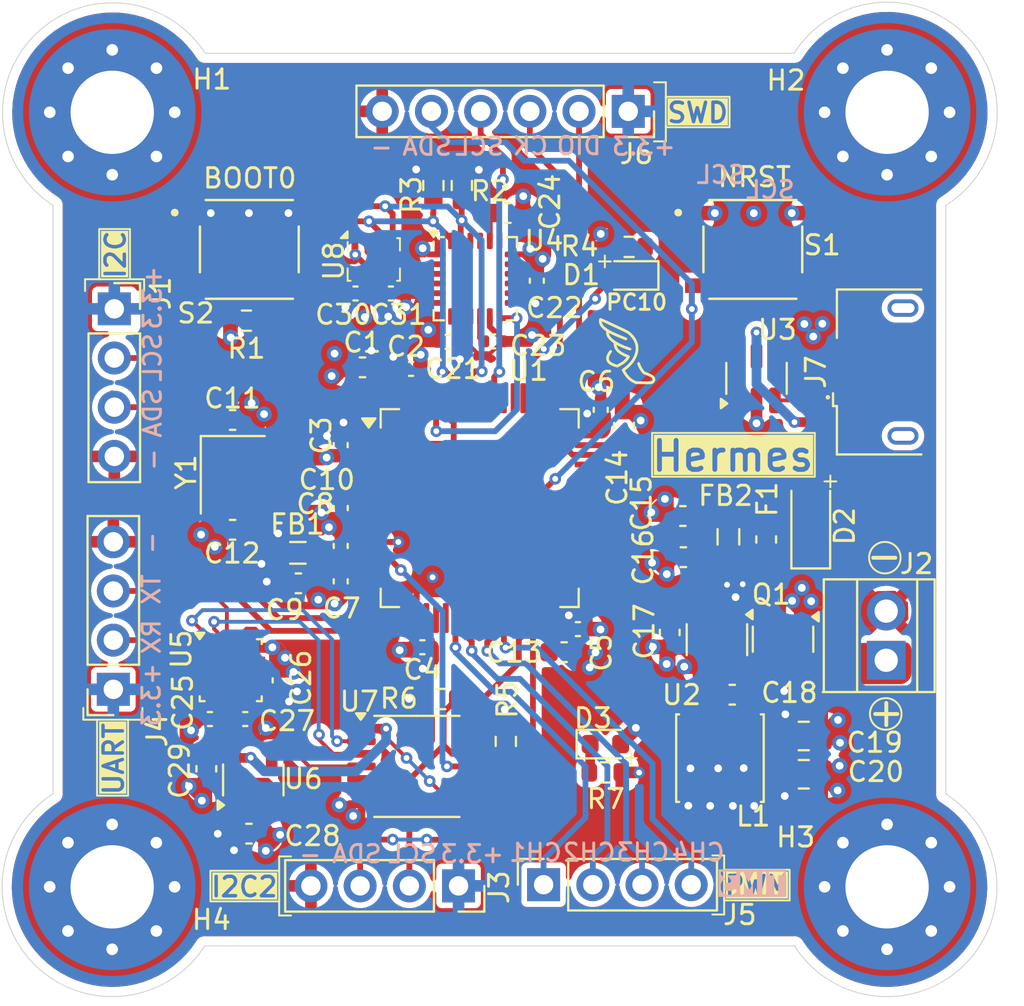
<source format=kicad_pcb>
(kicad_pcb (version 20240108) (generator "pcbnew") (generator_version "8.0")
  (layers (0 "F.Cu" signal) (1 "In1.Cu" power) (2 "In2.Cu" power) (31 "B.Cu" signal) (34 "B.Paste" user) (35 "F.Paste" user) (36 "B.SilkS" user "B.Silkscreen") (37 "F.SilkS" user "F.Silkscreen") (38 "B.Mask" user) (39 "F.Mask" user) (44 "Edge.Cuts" user))
  (net 0 "")
  (net 1 "GND")
  (net 2 "+3V3")
  (net 3 "+3V3A")
  (net 4 "/STM32/NRST")
  (net 5 "HSE_IN")
  (net 6 "HSE_OUT")
  (net 7 "/STM32/VCAP_1")
  (net 8 "/STM32/VCAP_2")
  (net 9 "+5V")
  (net 10 "/Sensors/IMU_REGOUT")
  (net 11 "/Sensors/IMU_CPUOUT")
  (net 12 "VDDIO_1v8")
  (net 13 "/Sensors/ICM_REGOUT")
  (net 14 "LED")
  (net 15 "/STM32/MCU_LED_K")
  (net 16 "Net-(C15-Pad1)")
  (net 17 "SCL")
  (net 18 "SDA")
  (net 19 "SDA2")
  (net 20 "SCL2")
  (net 21 "USART2_RX")
  (net 22 "USART2_TX")
  (net 23 "SWO")
  (net 24 "SWDIO")
  (net 25 "SWCLK")
  (net 26 "USB_CONN_D-")
  (net 27 "USB_CONN_D+")
  (net 28 "/STM32/BOOT0")
  (net 34 "IMU_INT")
  (net 35 "TM3_CH3")
  (net 50 "TM3_CH1")
  (net 51 "ICM_INT_3v3")
  (net 53 "USB_D-")
  (net 58 "USB_D+")
  (net 76 "ICM_SDA")
  (net 79 "ICM_SCL")
  (net 82 "ICM_INT_1v8")
  (net 83 "Net-(D2-K)")
  (net 84 "+12V")
  (net 98 "/STM32/POW_LED_K")
  (net 106 "/STM32/BUCK_SW")
  (net 107 "/STM32/BUCK_BST")
  (net 108 "/STM32/BUCK_IN")
  (net 109 "TM3_CH4")
  (net 110 "TM3_CH2")
  (footprint "MountingHole:MountingHole_4.3mm_M4_Pad_Via" (layer "F.Cu") (at 111.075 78.05)
    (property "Reference" "H1")
    (property "Value" "MountingHole")
  )
  (footprint "switch:SW_TS-1187A-B-A-B" (layer "F.Cu") (at 118.15 85.13)
    (property "Reference" "S2")
    (property "Value" "TS-1187A-B-A-B")
  )
  (footprint "Capacitor_SMD:C_0603_1608Metric" (layer "F.Cu") (at 117.285 99.61 180)
    (property "Reference" "C12")
    (property "Value" "10p")
  )
  (footprint "Inductor_SMD:L_0805_2012Metric" (layer "F.Cu") (at 142.88 99.975 -90)
    (property "Reference" "FB2")
    (property "Value" "100R")
  )
  (footprint "Sensor_Motion:InvenSense_QFN-24_4x4mm_P0.5mm" (layer "F.Cu") (at 129.8125 86.6425)
    (property "Reference" "U4")
    (property "Value" "MPU-6050")
  )
  (footprint "Capacitor_SMD:C_0603_1608Metric" (layer "F.Cu") (at 118.13 115.305)
    (property "Reference" "C28")
    (property "Value" "10u")
  )
  (footprint "switch:SW_TS-1187A-B-A-B" (layer "F.Cu") (at 144.14 85.13)
    (property "Reference" "S1")
    (property "Value" "TS-1187A-B-A-B")
  )
  (footprint "Capacitor_SMD:C_0603_1608Metric" (layer "F.Cu") (at 139.85 104.9125 -90)
    (property "Reference" "C17")
    (property "Value" "10u")
  )
  (footprint "Capacitor_SMD:C_0402_1005Metric" (layer "F.Cu") (at 119.715 107.39 90)
    (property "Reference" "C26")
    (property "Value" "100n")
  )
  (footprint "Crystal:Crystal_SMD_3225-4Pin_3.2x2.5mm" (layer "F.Cu") (at 117.2942 96.77 -90)
    (property "Reference" "Y1")
    (property "Value" "16Mhz")
  )
  (footprint "Capacitor_SMD:C_0402_1005Metric" (layer "F.Cu") (at 126.4988 91.301)
    (property "Reference" "C2")
    (property "Value" "100n")
  )
  (footprint "Capacitor_SMD:C_0402_1005Metric" (layer "F.Cu") (at 128.39 89.9)
    (property "Reference" "C21")
    (property "Value" "100n")
  )
  (footprint "LED_SMD:LED_0603_1608Metric" (layer "F.Cu") (at 137.7826 86.4742 180)
    (property "Reference" "D1")
    (property "Value" "LED")
  )
  (footprint "Capacitor_SMD:C_0402_1005Metric" (layer "F.Cu") (at 117.94 109.385)
    (property "Reference" "C27")
    (property "Value" "100n")
  )
  (footprint "Resistor_SMD:R_0603_1608Metric" (layer "F.Cu") (at 128.03 108.35)
    (property "Reference" "R6")
    (property "Value" "2k2")
  )
  (footprint "Connector_PinSocket_2.54mm:PinSocket_1x06_P2.54mm_Vertical" (layer "F.Cu") (at 137.71 78 -90)
    (property "Reference" "J6")
    (property "Value" "Conn_01x06")
  )
  (footprint "Capacitor_SMD:C_0603_1608Metric" (layer "F.Cu") (at 140.53 98.9 180)
    (property "Reference" "C15")
    (property "Value" "2u2")
  )
  (footprint "Capacitor_SMD:C_0603_1608Metric" (layer "F.Cu") (at 117.285 93.94)
    (property "Reference" "C11")
    (property "Value" "10p")
  )
  (footprint "Capacitor_SMD:C_0805_2012Metric" (layer "F.Cu") (at 146.77 110.26)
    (property "Reference" "C19")
    (property "Value" "22u")
  )
  (footprint "Sensor_Motion:InvenSense_QFN-24_3x3mm_P0.4mm" (layer "F.Cu") (at 117.19 106.86)
    (property "Reference" "U5")
    (property "Value" "ICM-20948")
  )
  (footprint "Connector_PinSocket_2.54mm:PinSocket_1x04_P2.54mm_Vertical" (layer "F.Cu") (at 128.95 118 -90)
    (property "Reference" "J3")
    (property "Value" "Conn_01x04")
  )
  (footprint "Package_TO_SOT_SMD:TSOT-23-6" (layer "F.Cu") (at 142.2875 105.2875 -90)
    (property "Reference" "U2")
    (property "Value" "AP63203WU")
  )
  (footprint "Capacitor_SMD:C_0603_1608Metric" (layer "F.Cu") (at 140.555 101.025 180)
    (property "Reference" "C16")
    (property "Value" "2u2")
  )
  (footprint "Connector_PinSocket_2.54mm:PinSocket_1x04_P2.54mm_Vertical" (layer "F.Cu") (at 111.18 88.2)
    (property "Reference" "J1")
    (property "Value" "Conn_01x04")
  )
  (footprint "Package_SO:TSSOP-14_4.4x5mm_P0.65mm" (layer "F.Cu") (at 126.8 111.83)
    (property "Reference" "U7")
    (property "Value" "NTS0104PW")
  )
  (footprint "Connector_USB:USB_Micro-B_Amphenol_10118193-0001LF_Horizontal" (layer "F.Cu") (at 151.89 91.46 90)
    (property "Reference" "J7")
    (property "Value" "USB_B_Micro")
  )
  (footprint "LED_SMD:LED_0603_1608Metric" (layer "F.Cu") (at 136.53 110.68)
    (property "Reference" "D3")
    (property "Value" "LED")
  )
  (footprint "MountingHole:MountingHole_4.3mm_M4_Pad_Via" (layer "F.Cu") (at 151.07 118.05)
    (property "Reference" "H3")
    (property "Value" "MountingHole")
  )
  (footprint "Resistor_SMD:R_0603_1608Metric" (layer "F.Cu") (at 131.39 110.54 -90)
    (property "Reference" "R5")
    (property "Value" "2k2")
  )
  (footprint "Capacitor_SMD:C_0402_1005Metric" (layer "F.Cu") (at 127.083 105.6774 180)
    (property "Reference" "C4")
    (property "Value" "100n")
  )
  (footprint "Capacitor_SMD:C_0402_1005Metric" (layer "F.Cu") (at 136.29 93.415 90)
    (property "Reference" "C6")
    (property "Value" "100n")
  )
  (footprint "Capacitor_SMD:C_0603_1608Metric" (layer "F.Cu") (at 134.4 105.93)
    (property "Reference" "C13")
    (property "Value" "2u2")
  )
  (footprint "Connector_PinSocket_2.54mm:PinSocket_1x04_P2.54mm_Vertical" (layer "F.Cu") (at 111.13 107.85 180)
    (property "Reference" "J4")
    (property "Value" "Conn_01x04")
  )
  (footprint "Capacitor_SMD:C_0603_1608Metric" (layer "F.Cu") (at 123.99 91.22 180)
    (property "Reference" "C1")
    (property "Value" "10u")
  )
  (footprint "Capacitor_SMD:C_0402_1005Metric" (layer "F.Cu") (at 130.73 89.88)
    (property "Reference" "C23")
    (property "Value" "100n")
  )
  (footprint "Capacitor_SMD:C_0402_1005Metric" (layer "F.Cu") (at 122.865 95.238 -90)
    (property "Reference" "C3")
    (property "Value" "100n")
  )
  (footprint "TerminalBlock:TerminalBlock_Xinya_XY308-2.54-2P_1x02_P2.54mm_Horizontal" (layer "F.Cu") (at 151.025 106.35 90)
    (property "Reference" "J2")
    (property "Value" "Screw_Terminal_01x02")
  )
  (footprint "MountingHole:MountingHole_4.3mm_M4_Pad_Via" (layer "F.Cu") (at 111.07 118.05)
    (property "Reference" "H4")
    (property "Value" "MountingHole")
  )
  (footprint "Capacitor_SMD:C_0402_1005Metric" (layer "F.Cu") (at 122.8666 102.2738 -90)
    (property "Reference" "C7")
    (property "Value" "100n")
  )
  (footprint "Capacitor_SMD:C_0402_1005Metric" (layer "F.Cu") (at 135.11 104.74)
    (property "Reference" "C5")
    (property "Value" "100n")
  )
  (footprint "Capacitor_SMD:C_0402_1005Metric" (layer "F.Cu") (at 122.87 98.49 -90)
    (property "Reference" "C10")
    (property "Value" "100n")
  )
  (footprint "Package_TO_SOT_SMD:SOT-23-6" (layer "F.Cu") (at 144.33 91.79 90)
    (property "Reference" "U3")
    (property "Value" "USBLC6-2SC6")
  )
  (footprint "Capacitor_SMD:C_0603_1608Metric" (layer "F.Cu") (at 120.6822 102.3754)
    (property "Reference" "C9")
    (property "Value" "10u")
  )
  (footprint "Capacitor_SMD:C_0603_1608Metric" (layer "F.Cu") (at 115.93 111.955 -90)
    (property "Reference" "C29")
    (property "Value" "10u")
  )
  (footprint "LOGO" (layer "F.Cu") (at 137.65 90.38)
    (property "Reference" "G***" (hide yes))
    (property "Value" "LOGO" (hide yes))
  )
  (footprint "Resistor_SMD:R_0603_1608Metric" (layer "F.Cu") (at 136.5245 112.14)
    (property "Reference" "R7")
    (property "Value" "1k")
  )
  (footprint "Inductor_SMD:L_0805_2012Metric" (layer "F.Cu") (at 120.6568 100.8006 180)
    (property "Reference" "FB1")
    (property "Value" "100R")
  )
  (footprint "MountingHole:MountingHole_4.3mm_M4_Pad_Via" (layer "F.Cu") (at 151.07 78.05)
    (property "Reference" "H2")
    (property "Value" "MountingHole")
  )
  (footprint "Diode_SMD:D_SOD-123" (layer "F.Cu") (at 147.13 99.2475 90)
    (property "Reference" "D2")
    (property "Value" "b5819w")
  )
  (footprint "Capacitor_SMD:C_0402_1005Metric" (layer "F.Cu") (at 125.4575 87.4075 180)
    (property "Reference" "C31")
    (property "Value" "100n")
  )
  (footprint "Package_TO_SOT_SMD:SOT-23-5" (layer "F.Cu") (at 118.355 112.53 90)
    (property "Reference" "U6")
    (property "Value" "LD39015M18R")
  )
  (footprint "Capacitor_SMD:C_0402_1005Metric" (layer "F.Cu") (at 122.8666 100.445 90)
    (property "Reference" "C8")
    (property "Value" "100n")
  )
  (footprint "Resistor_SMD:R_0603_1608Metric" (layer "F.Cu") (at 127.65 81.83 -90)
    (property "Reference" "R3")
    (property "Value" "2k2")
  )
  (footprint "Resistor_SMD:R_0603_1608Metric" (layer "F.Cu") (at 137.755 85 180)
    (property "Reference" "R4")
    (property "Value" "1k")
  )
  (footprint "Resistor_SMD:R_0603_1608Metric" (layer "F.Cu") (at 129.12 81.83 -90)
    (property "Reference" "R2")
    (property "Value" "2k2")
  )
  (footprint "Capacitor_SMD:C_0603_1608Metric" (layer "F.Cu") (at 131.495 83.25)
    (property "Reference" "C24")
    (property "Value" "2n2")
  )
  (footprint "Resistor_SMD:R_0603_1608Metric" (layer "F.Cu") (at 118 88.81)
    (property "Reference" "R1")
    (property "Value" "10k")
  )
  (footprint "Package_TO_SOT_SMD:SOT-23" (layer "F.Cu") (at 145.7 105.2625 -90)
    (property "Reference" "Q1")
    (property "Value" "AO3401A")
  )
  (footprint "Connector_PinSocket_2.54mm:PinSocket_1x04_P2.54mm_Vertical" (layer "F.Cu") (at 133.34 117.94 90)
    (property "Reference" "J5")
    (property "Value" "Conn_01x04")
  )
  (footprint "Capacitor_SMD:C_0603_1608Metric" (layer "F.Cu") (at 143.0782 108.1278)
    (property "Reference" "C18")
    (property "Value" "100n")
  )
  (footprint "Capacitor_SMD:C_0603_1608Metric" (layer "F.Cu") (at 137.49 94.23 90)
    (property "Reference" "C14")
    (property "Value" "2u2")
  )
  (footprint "Package_LGA:Bosch_LGA-8_2x2.5mm_P0.65mm_ClockwisePinNumbering" (layer "F.Cu") (at 124.575 85.65)
    (property "Reference" "U8")
    (property "Value" "BMP280")
  )
  (footprint "Inductor_SMD:L_Sunlord_SWPA4030S" (layer "F.Cu") (at 142.4432 111.403 -90)
    (property "Reference" "L1")
    (property "Value" "3.9uH")
  )
  (footprint "Fuse:Fuse_0603_1608Metric" (layer "F.Cu") (at 144.83 100.11 -90)
    (property "Reference" "F1")
    (property "Value" "500 mA")
  )
  (footprint "Capacitor_SMD:C_0402_1005Metric" (layer "F.Cu") (at 123.6325 87.4075)
    (property "Reference" "C30")
    (property "Value" "100n")
  )
  (footprint "Capacitor_SMD:C_0805_2012Metric" (layer "F.Cu") (at 146.7714 112.2368)
    (property "Reference" "C20")
    (property "Value" "22u")
  )
  (footprint "Package_QFP:LQFP-64_10x10mm_P0.5mm" (layer "F.Cu") (at 130.04 98.49)
    (property "Reference" "U1")
    (property "Value" "STM32F405RGTx")
  )
  (footprint "Capacitor_SMD:C_0402_1005Metric" (layer "F.Cu") (at 116.115 109.385 180)
    (property "Reference" "C25")
    (property "Value" "100n")
  )
  (footprint "Capacitor_SMD:C_0402_1005Metric" (layer "F.Cu") (at 132.99 86.75 90)
    (property "Reference" "C22")
    (property "Value" "100n")
  )
  (gr_line (start 109.67 86.67) (end 110.51 86.67) (stroke (width 0.1)) (layer "F.SilkS"))
  (gr_line (start 109.58 109.42) (end 110.42 109.42) (stroke (width 0.1)) (layer "F.SilkS"))
  (gr_rect (start 110.29 109.42) (end 111.89 113.34) (stroke (width 0.1)) (fill none) (layer "F.SilkS"))
  (gr_circle (center 148.01 92.77) (end 148.02 92.78) (stroke (width 0.1)) (fill none) (layer "F.SilkS"))
  (gr_line (start 119.69 116.48) (end 119.69 117.32) (stroke (width 0.1)) (layer "F.SilkS"))
  (gr_rect (start 139.65 77.25) (end 142.94 78.82) (stroke (width 0.1)) (fill none) (layer "F.SilkS"))
  (gr_rect (start 138.94 94.61) (end 147.34 96.87) (stroke (width 0.1)) (fill none) (layer "F.SilkS"))
  (gr_circle (center 151 109.12) (end 151.66 109.6) (stroke (width 0.1)) (fill none) (layer "F.SilkS"))
  (gr_line (start 119.69 116.48) (end 120.3 116.48) (stroke (width 0.1)) (layer "F.SilkS"))
  (gr_line (start 139.65 79.55) (end 139.65 78.71) (stroke (width 0.1)) (layer "F.SilkS"))
  (gr_line (start 142.66 116.43) (end 142.05 116.43) (stroke (width 0.1)) (layer "F.SilkS"))
  (gr_line (start 119.69 119.53) (end 119.69 118.69) (stroke (width 0.1)) (layer "F.SilkS"))
  (gr_line (start 119.69 119.53) (end 120.3 119.53) (stroke (width 0.1)) (layer "F.SilkS"))
  (gr_rect (start 110.4 84.08) (end 111.99 86.67) (stroke (width 0.1)) (fill none) (layer "F.SilkS"))
  (gr_circle (center 150.953941 101.05) (end 151.753941 101.2) (stroke (width 0.1)) (fill none) (layer "F.SilkS"))
  (gr_line (start 112.72 86.67) (end 111.88 86.67) (stroke (width 0.1)) (layer "F.SilkS"))
  (gr_line (start 139.65 76.5) (end 139.04 76.5) (stroke (width 0.1)) (layer "F.SilkS"))
  (gr_line (start 112.63 109.42) (end 112.63 108.81) (stroke (width 0.1)) (layer "F.SilkS"))
  (gr_line (start 142.66 119.48) (end 142.66 118.64) (stroke (width 0.1)) (layer "F.SilkS"))
  (gr_rect (start 116.14 117.22) (end 119.69 118.8) (stroke (width 0.1)) (fill none) (layer "F.SilkS"))
  (gr_line (start 109.67 86.67) (end 109.67 87.28) (stroke (width 0.1)) (layer "F.SilkS"))
  (gr_rect (start 142.66 117.17) (end 146.04 118.75) (stroke (width 0.1)) (fill none) (layer "F.SilkS"))
  (gr_line (start 109.58 109.42) (end 109.58 108.81) (stroke (width 0.1)) (layer "F.SilkS"))
  (gr_line (start 142.66 116.43) (end 142.66 117.27) (stroke (width 0.1)) (layer "F.SilkS"))
  (gr_line (start 142.66 119.48) (end 142.05 119.48) (stroke (width 0.1)) (layer "F.SilkS"))
  (gr_line (start 139.65 76.5) (end 139.65 77.34) (stroke (width 0.1)) (layer "F.SilkS"))
  (gr_line (start 139.65 79.55) (end 139.04 79.55) (stroke (width 0.1)) (layer "F.SilkS"))
  (gr_line (start 112.72 86.67) (end 112.72 87.28) (stroke (width 0.1)) (layer "F.SilkS"))
  (gr_line (start 112.63 109.42) (end 111.79 109.42) (stroke (width 0.1)) (layer "F.SilkS"))
  (gr_arc (start 154.101221 113.258069) (mid 155.087278 122.051545) (end 146.290001 121.1) (stroke (width 0.05)) (layer "Edge.Cuts"))
  (gr_line (start 115.849997 121.1) (end 146.29 121.1) (stroke (width 0.05)) (layer "Edge.Cuts"))
  (gr_arc (start 146.271893 75.001202) (mid 155.097621 74.038109) (end 154.1 82.86) (stroke (width 0.05)) (layer "Edge.Cuts"))
  (gr_arc (start 115.850458 121.100295) (mid 107.047336 122.051057) (end 108.017035 113.250001) (stroke (width 0.05)) (layer "Edge.Cuts"))
  (gr_line (start 154.1 82.86) (end 154.1 113.26) (stroke (width 0.05)) (layer "Edge.Cuts"))
  (gr_line (start 108.017035 82.855439) (end 108.017035 113.25) (stroke (width 0.05)) (layer "Edge.Cuts"))
  (gr_arc (start 108.016964 82.85555) (mid 107.073958 74.05981) (end 115.869999 75) (stroke (width 0.05)) (layer "Edge.Cuts"))
  (gr_line (start 115.87 75) (end 146.27 75) (stroke (width 0.05)) (layer "Edge.Cuts"))
  (gr_text "CH3" (at 139.91 116.79 0) (layer "B.SilkS") (effects (font (size 0.9 0.9)) (justify left bottom mirror)))
  (gr_text "SDA" (at 128.69 80.34 0) (layer "B.SilkS") (effects (font (size 0.9 0.9)) (justify left bottom mirror)))
  (gr_text "SCL" (at 127.91 116.88 0) (layer "B.SilkS") (effects (font (size 0.9 0.9)) (justify left bottom mirror)))
  (gr_text "-" (at 125.63 80.36 0) (layer "B.SilkS") (effects (font (size 0.9 0.9)) (justify left bottom mirror)))
  (gr_text "SDA" (at 125.07 116.88 0) (layer "B.SilkS") (effects (font (size 0.9 0.9)) (justify left bottom mirror)))
  (gr_text "-" (at 113.7 95.33 90) (layer "B.SilkS") (effects (font (size 0.9 0.9)) (justify left bottom mirror)))
  (gr_text "TX" (at 113.62 101.82 90) (layer "B.SilkS") (effects (font (size 0.9 0.9)) (justify left bottom mirror)))
  (gr_text "CK" (at 133.66 80.32 0) (layer "B.SilkS") (effects (font (size 0.9 0.9)) (justify left bottom mirror)))
  (gr_text "DIO" (at 136.4 80.31 0) (layer "B.SilkS") (effects (font (size 0.9 0.9)) (justify left bottom mirror)))
  (gr_text "+3.3" (at 131.38 116.88 0) (layer "B.SilkS") (effects (font (size 0.9 0.9)) (justify left bottom mirror)))
  (gr_text "SDA" (at 113.68 92.21 90) (layer "B.SilkS") (effects (font (size 0.9 0.9)) (justify left bottom mirror)))
  (gr_text "CH4" (at 142.77 116.8 0) (layer "B.SilkS") (effects (font (size 0.9 0.9)) (justify left bottom mirror)))
  (gr_text "RX" (at 113.63 104.16 90) (layer "B.SilkS") (effects (font (size 0.9 0.9)) (justify left bottom mirror)))
  (gr_text "+3.3" (at 113.62 106.4 90) (layer "B.SilkS") (effects (font (size 0.9 0.9)) (justify left bottom mirror)))
  (gr_text "CH2" (at 137.14 116.8 0) (layer "B.SilkS") (effects (font (size 0.9 0.9)) (justify left bottom mirror)))
  (gr_text "CH1" (at 134.37 116.81 0) (layer "B.SilkS") (effects (font (size 0.9 0.9)) (justify left bottom mirror)))
  (gr_text "SCL" (at 131.37 80.34 0) (layer "B.SilkS") (effects (font (size 0.9 0.9)) (justify left bottom mirror)))
  (gr_text "+3.3" (at 113.68 85.9 90) (layer "B.SilkS") (effects (font (size 0.9 0.9)) (justify left bottom mirror)))
  (gr_text "-" (at 113.62 99.63 90) (layer "B.SilkS") (effects (font (size 0.9 0.9)) (justify left bottom mirror)))
  (gr_text "+3.3" (at 140.24 80.34 0) (layer "B.SilkS") (effects (font (size 0.9 0.9)) (justify left bottom mirror)))
  (gr_text "TIM3" (at 145.86 118.49 0) (layer "B.SilkS" knockout) (effects (font (size 1 1) (thickness 0.2) (bold yes)) (justify left bottom mirror)))
  (gr_text "-" (at 121.95 116.9 0) (layer "B.SilkS") (effects (font (size 0.9 0.9)) (justify left bottom mirror)))
  (gr_text "SCL" (at 113.68 89.37 90) (layer "B.SilkS") (effects (font (size 0.9 0.9)) (justify left bottom mirror)))
  (gr_text "SCL" (at 146.39 82.58 0) (layer "B.SilkS") (effects (font (size 0.9 0.9)) (justify left bottom mirror)))
  (gr_text "SCL" (at 143.83 81.8 0) (layer "B.SilkS") (effects (font (size 0.9 0.9)) (justify left bottom mirror)))
  (gr_text "UART" (at 111.73 113.4 90) (layer "F.SilkS" knockout) (effects (font (size 1 1) (thickness 0.18) (bold yes)) (justify left bottom)))
  (gr_text "+" (at 149.97 109.89 0) (layer "F.SilkS") (effects (font (size 1.5 1.5) (thickness 0.2)) (justify left bottom)))
  (gr_text "PWM" (at 142.59 118.59 0) (layer "F.SilkS" knockout) (effects (font (size 1 1) (thickness 0.18) (bold yes)) (justify left bottom)))
  (gr_text "SWD" (at 139.63 78.66 0) (layer "F.SilkS" knockout) (effects (font (size 1 1) (thickness 0.18) (bold yes)) (justify left bottom)))
  (gr_text "PC10" (at 136.48 88.33 0) (layer "F.SilkS") (effects (font (size 0.8 0.8)) (justify left bottom)))
  (gr_text "+" (at 137.28 111.81 0) (layer "F.SilkS") (effects (font (size 0.8 0.8) (thickness 0.1)) (justify left bottom)))
  (gr_text "-" (at 151.983941 100.29 180) (layer "F.SilkS") (effects (font (size 1.5 1.5) (thickness 0.2)) (justify left bottom)))
  (gr_text "BOOT0" (at 115.67 82.04 0) (layer "F.SilkS") (effects (font (size 1 1)) (justify left bottom)))
  (gr_text "I2C" (at 111.83 86.73 90) (layer "F.SilkS" knockout) (effects (font (size 1 1) (thickness 0.18) (bold yes)) (justify left bottom)))
  (gr_text "+" (at 135.94 86.16 0) (layer "F.SilkS") (effects (font (size 0.8 0.8) (thickness 0.1)) (justify left bottom)))
  (gr_text "I2C2" (at 119.7 118.64 0) (layer "F.SilkS" knockout) (effects (font (size 1 1) (thickness 0.18) (bold yes)) (justify right bottom)))
  (gr_text "Hermes" (at 138.8 96.69 0) (layer "F.SilkS" knockout) (effects (font (size 1.5 1.5) (thickness 0.25)) (justify left bottom)))
  (gr_text "+" (at 147.58 97.52 0) (layer "F.SilkS") (effects (font (size 0.8 0.8) (thickness 0.1)) (justify left bottom)))
  (gr_text "NRST" (at 142.24 81.98 0) (layer "F.SilkS") (effects (font (size 1 1)) (justify left bottom)))
  (segment (start 126.24 87.71) (end 125.9375 87.4075) (width 0.5) (layer "F.Cu") (net 1))
  (segment (start 115.7 113.6) (end 115.7 112.96) (width 0.5) (layer "F.Cu") (net 1))
  (segment (start 122.83 113.78) (end 122.79 113.82) (width 0.3) (layer "F.Cu") (net 1))
  (segment (start 116.37 100.49) (end 116.29 100.49) (width 1) (layer "F.Cu") (net 1))
  (segment (start 118.91 93.64) (end 118.84 93.64) (width 1) (layer "F.Cu") (net 1))
  (segment (start 121.4572 102.9672) (end 121.71 103.22) (width 0.75) (layer "F.Cu") (net 1))
  (segment (start 118 104.72) (end 118.46 104.72) (width 0.2) (layer "F.Cu") (net 1))
  (segment (start 136.02 105.94) (end 135.185 105.94) (width 0.75) (layer "F.Cu") (net 1))
  (segment (start 124.25 86.45) (end 124.25 87.27) (width 0.3) (layer "F.Cu") (net 1))
  (segment (start 122.8666 102.7538) (end 122.8666 103.1034) (width 0.75) (layer "F.Cu") (net 1))
  (segment (start 121.4572 102.3754) (end 121.4572 102.9672) (width 0.75) (layer "F.Cu") (net 1))
  (segment (start 139.6 98.02) (end 139.6 98.745) (width 0.5) (layer "F.Cu") (net 1))
  (segment (start 132.27 82.4) (end 132.29 82.38) (width 0.75) (layer "F.Cu") (net 1))
  (segment (start 118.06 93.94) (end 118.61 93.94) (width 1) (layer "F.Cu") (net 1))
  (segment (start 146.67 102.78) (end 146.17 103.28) (width 0.75) (layer "F.Cu") (net 1))
  (segment (start 138.98 105.66) (end 139.8225 105.66) (width 0.75) (layer "F.Cu") (net 1))
  (segment (start 119.74 115.36) (end 118.96 115.36) (width 0.5) (layer "F.Cu") (net 1))
  (segment (start 121.71 103.22) (end 122.35 103.22) (width 0.75) (layer "F.Cu") (net 1))
  (segment (start 127.8625 85.3925) (end 127.4225 85.3925) (width 0.3) (layer "F.Cu") (net 1))
  (segment (start 121.876151 99.096151) (end 122.26 99.48) (width 0.75) (layer "F.Cu") (net 1))
  (segment (start 122.4 91.67) (end 122.4 90.66) (width 1) (layer "F.Cu") (net 1))
  (segment (start 126.9788 90.5912) (end 127 90.57) (width 0.75) (layer "F.Cu") (net 1))
  (segment (start 132.41 89.88) (end 132.74 89.55) (width 0.5) (layer "F.Cu") (net 1))
  (segment (start 135.72 106.24) (end 136.02 105.94) (width 0.75) (layer "F.Cu") (net 1))
  (segment (start 140.6 105.6875) (end 141.3375 106.425) (width 0.75) (layer "F.Cu") (net 1))
  (segment (start 123.1486 99.965) (end 122.8666 99.965) (width 0.3) (layer "F.Cu") (net 1))
  (segment (start 130.5625 89.12062) (end 131.21 89.76812) (width 0.3) (layer "F.Cu") (net 1))
  (segment (start 123.215 91.22) (end 123.215 91.175) (width 1) (layer "F.Cu") (net 1))
  (segment (start 125.9375 86.8375) (end 125.9375 87.4075) (width 0.3) (layer "F.Cu") (net 1))
  (segment (start 122.3816 99.48) (end 122.8666 99.965) (width 0.5) (layer "F.Cu") (net 1))
  (segment (start 140.6 106.68) (end 141.0825 106.68) (width 0.75) (layer "F.Cu") (net 1))
  (segment (start 137.835 93.455) (end 138.35 93.97) (width 0.75) (layer "F.Cu") (net 1))
  (segment (start 118.42 109.385) (end 118.535 109.385) (width 0.5) (layer "F.Cu") (net 1))
  (segment (start 139.7 101.105) (end 139.78 101.025) (width 0.5) (layer "F.Cu") (net 1))
  (segment (start 118.535 109.385) (end 119 109.85) (width 0.5) (layer "F.Cu") (net 1))
  (segment (start 136.93 84.97) (end 136.29 84.33) (width 0.5) (layer "F.Cu") (net 1))
  (segment (start 139.7 101.9) (end 139.7 101.105) (width 0.5) (layer "F.Cu") (net 1))
  (segment (start 147.72 110.25) (end 148.54 109.43) (width 0.75) (layer "F.Cu") (net 1))
  (segment (start 147.7214 112.2368) (end 148.1832 112.2368) (width 0.75) (layer "F.Cu") (net 1))
  (segment (start 148.52 113.0354) (end 147.7214 112.2368) (width 0.75) (layer "F.Cu") (net 1))
  (segment (start 146.65 104.325) (end 146.65 103.8) (width 0.75) (layer "F.Cu") (net 1))
  (segment (start 144.33 92.9275) (end 144.33 94.11) (width 0.5) (layer "F.Cu") (net 1))
  (segment (start 139.6 98.745) (end 139.755 98.9) (width 0.5) (layer "F.Cu") (net 1))
  (segment (start 126.9788 91.301) (end 126.9788 90.5912) (width 0.75) (layer "F.Cu") (net 1))
  (segment (start 137.49 93.455) (end 137.835 93.455) (width 0.75) (layer "F.Cu") (net 1))
  (segment (start 129.5625 90.128634) (end 129.923866 90.49) (width 0.2) (layer "F.Cu") (net 1))
  (segment (start 130.5625 88.5925) (end 130.5625 89.12062) (width 0.3) (layer "F.Cu") (net 1))
  (segment (start 121.876151 98.721605) (end 121.876151 99.096151) (width 0.75) (layer "F.Cu") (net 1))
  (segment (start 148.54 109.43) (end 148.54 110.51) (width 0.75) (layer "F.Cu") (net 1))
  (segment (start 146.67 102.61) (end 146.67 102.82) (width 0.75) (layer "F.Cu") (net 1))
  (segment (start 118.46 104.72) (end 118.69 104.95) (width 0.2) (layer "F.Cu") (net 1))
  (segment (start 122.87 99.9616) (end 122.8666 99.965) (width 0.5) (layer "F.Cu") (net 1))
  (segment (start 124.26 87.2) (end 124.1225 87.3375) (width 0.3) (layer "F.Cu") (net 1))
  (segment (start 139.85 105.6875) (end 140.6 105.6875) (width 0.75) (layer "F.Cu") (net 1))
  (segment (start 115.635 109.475) (end 115.14 109.97) (width 0.5) (layer "F.Cu") (net 1))
  (segment (start 118.06 93.94) (end 118.06 95.5858) (width 0.5) (layer "F.Cu") (net 1))
  (segment (start 122.8666 103.1034) (end 122.55 103.42) (width 0.75) (layer "F.Cu") (net 1))
  (segment (start 118.355 114.755) (end 118.905 115.305) (width 0.5) (layer "F.Cu") (net 1))
  (segment (start 124.1125 87.4075) (end 124.1125 88.6275) (width 0.5) (layer "F.Cu") (net 1))
  (segment (start 123.36 114.39) (end 122.79 113.82) (width 0.75) (layer "F.Cu") (net 1))
  (segment (start 123.9375 113.78) (end 122.83 113.78) (width 0.3) (layer "F.Cu") (net 1))
  (segment (start 124.365 100.24) (end 123.4236 100.24) (width 0.3) (layer "F.Cu") (net 1))
  (segment (start 116.51 100.35) (end 116.37 100.49) (width 1) (layer "F.Cu") (net 1))
  (segment (start 123.4236 100.24) (end 123.1486 99.965) (width 0.3) (layer "F.Cu") (net 1))
  (segment (start 124.365 100.24) (end 125.84 100.24) (width 0.3) (layer "F.Cu") (net 1))
  (segment (start 115.7 112.96) (end 115.93 112.73) (width 0.5) (layer "F.Cu") (net 1))
  (segment (start 126.6004 105.6748) (end 126.603 105.6774) (width 0.3) (layer "F.Cu") (net 1))
  (segment (start 118.84 93.64) (end 118.27 93.07) (width 1) (layer "F.Cu") (net 1))
  (segment (start 117.79 108.755) (end 118.42 109.385) (width 0.2) (layer "F.Cu") (net 1))
  (segment (start 127.39 89.38) (end 127.91 89.9) (width 0.5) (layer "F.Cu") (net 1))
  (segment (start 116.51 99.61) (end 115.91 99.61) (width 1) (layer "F.Cu") (net 1))
  (segment (start 131.7625 85.3925) (end 132.29062 85.3925) (width 0.3) (layer "F.Cu") (net 1))
  (segment (start 132.99 86.27) (end 132.99 85.92) (width 0.75) (layer "F.Cu") (net 1))
  (segment (start 126.24 88.11) (end 126.24 87.71) (width 0.5) (layer "F.Cu") (net 1))
  (segment (start 147.26 89.63) (end 147.26 89.44) (width 0.5) (layer "F.Cu") (net 1))
  (segment (start 130.6 90.49) (end 131.21 89.88) (width 0.2) (layer "F.Cu") (net 1))
  (segment (start 136.29 92.935) (end 136.29 92.36) (width 0.5) (layer "F.Cu") (net 1))
  (segment (start 124.25 86.05) (end 124.25 86.45) (width 0.3) (layer "F.Cu") (net 1))
  (segment (start 122.77 98.97) (end 122.26 99.48) (width 0.5) (layer "F.Cu") (net 1))
  (segment (start 147.72 110.26) (end 148.29 110.26) (width 0.75) (layer "F.Cu") (net 1))
  (segment (start 126.79 91.93688) (end 126.79 92.815) (width 0.3) (layer "F.Cu") (net 1))
  (segment (start 149.215 90.16) (end 147.79 90.16) (width 0.5) (layer "F.Cu") (net 1))
  (segment (start 146.65 104.325) (end 146.65 102.63) (width 0.75) (layer "F.Cu") (net 1))
  (segment (start 139.59 98.02) (end 138.9 98.71) (width 0.5) (layer "F.Cu") (net 1))
  (segment (start 147.72 110.26) (end 147.72 110.25) (width 0.75) (layer "F.Cu") (net 1))
  (segment (start 123.51 114.39) (end 123.36 114.39) (width 0.75) (layer "F.Cu") (net 1))
  (segment (start 138.27 112.15) (end 137.3595 112.15) (width 0.5) (layer "F.Cu") (net 1))
  (segment (start 146.67 102.61) (end 146.67 102.78) (width 0.75) (layer "F.Cu") (net 1))
  (segment (start 129.923866 90.49) (end 130.6 90.49) (width 0.2) (layer "F.Cu") (net 1))
  (segment (start 138.9 98.71) (end 139.565 98.71) (width 0.5) (layer "F.Cu") (net 1))
  (segment (start 147.79 90.16) (end 147.26 89.63) (width 0.5) (layer "F.Cu") (net 1))
  (segment (start 129.5625 88.5925) (end 129.5625 90.128634) (width 0.2) (layer "F.Cu") (net 1))
  (segment (start 123.215 91.22) (end 122.85 91.22) (width 1) (layer "F.Cu") (net 1))
  (segment (start 123.215 91.175) (end 122.55 90.51) (width 1) (layer "F.Cu") (net 1))
  (segment (start 117.79 108.36) (end 117.79 108.755) (width 0.2) (layer "F.Cu") (net 1))
  (segment (start 117.79 105.36) (end 117.79 104.93) (width 0.2) (layer "F.Cu") (net 1))
  (segment (start 118.61 93.94) (end 118.91 93.64) (width 1) (layer "F.Cu") (net 1))
  (segment (start 123.51 114.39) (end 123.51 113.78) (width 0.3) (layer "F.Cu") (net 1))
  (segment (start 122.124546 98.97) (end 122.87 98.97) (width 0.5) (layer "F.Cu") (net 1))
  (segment (start 119.74 115.36) (end 119.74 115.45) (width 0.5) (layer "F.Cu") (net 1))
  (segment (start 139.69 105.8475) (end 139.85 105.6875) (width 0.75) (layer "F.Cu") (net 1))
  (segment (start 119 116.19) (end 119 115.4) (width 0.5) (layer "F.Cu") (net 1))
  (segment (start 132.29062 85.3925) (end 132.5375 85.63938) (width 0.3) (layer "F.Cu") (net 1))
  (segment (start 115.635 109.385) (end 115.635 109.475) (width 0.5) (layer "F.Cu") (net 1))
  (segment (start 121.876151 98.721605) (end 121.842993 98.721605) (width 0.5) (layer "F.Cu") (net 1))
  (segment (start 118.06 95.5858) (end 118.1442 95.67) (width 0.5) (layer "F.Cu") (net 1))
  (segment (start 126.79 105.04312) (end 126.6004 105.23272) (width 0.3) (layer "F.Cu") (net 1))
  (segment (start 116.29 100.49) (end 115.66 99.86) (width 1) (layer "F.Cu") (net 1))
  (segment (start 118.96 115.36) (end 118.905 115.305) (width 0.5) (layer "F.Cu") (net 1))
  (segment (start 127.4225 85.3925) (end 127.1 85.07) (width 0.3) (layer "F.Cu") (net 1))
  (segment (start 132.99 85.92) (end 133.29 85.62) (width 0.75) (layer "F.Cu") (net 1))
  (segment (start 122.14 95.88) (end 122.703 95.88) (width 0.5) (layer "F.Cu") (net 1))
  (segment (start 116.51 97.9358) (end 116.4442 97.87) (width 0.5) (layer "F.Cu") (net 1))
  (segment (start 131.7625 85.3925) (end 132.3575 85.3925) (width 0.3) (layer "F.Cu") (net 1))
  (segment (start 126.79 104.165) (end 126.79 105.04312) (width 0.3) (layer "F.Cu") (net 1))
  (segment (start 124.1125 88.6275) (end 124.11 88.63) (width 0.5) (layer "F.Cu") (net 1))
  (segment (start 125.55 86.45) (end 125.9375 86.8375) (width 0.3) (layer "F.Cu") (net 1))
  (segment (start 133.17 85.62) (end 132.65 85.1) (width 0.75) (layer "F.Cu") (net 1))
  (segment (start 147.26 89.44) (end 146.8 88.98) (width 0.5) (layer "F.Cu") (net 1))
  (segment (start 126.6004 105.23272) (end 126.6004 105.6748) (width 0.3) (layer "F.Cu") (net 1))
  (segment (start 119.74 115.45) (end 119 116.19) (width 0.5) (layer "F.Cu") (net 1))
  (segment (start 121.8356 102.7538) (end 121.4572 102.3754) (width 0.75) (layer "F.Cu") (net 1))
  (segment (start 126.79 104.165) (end 126.79 102.88) (width 0.3) (layer "F.Cu") (net 1))
  (segment (start 118.355 113.6675) (end 118.355 114.755) (width 0.5) (layer "F.Cu") (net 1))
  (segment (start 135.72 106.72) (end 135.72 106.475) (width 0.75) (layer "F.Cu") (net 1))
  (segment (start 122.87 98.97) (end 122.77 98.97) (width 0.5) (layer "F.Cu") (net 1))
  (segment (start 123.617215 85.417215) (end 124.25 86.05) (width 0.3) (layer "F.Cu") (net 1))
  (segment (start 136.29 92.36) (end 136.18 92.25) (width 0.5) (layer "F.Cu") (net 1))
  (segment (start 117.175 89.665) (end 117.19 89.68) (width 0.75) (layer "F.Cu") (net 1))
  (segment (start 119 115.4) (end 118.905 115.305) (width 0.5) (layer "F.Cu") (net 1))
  (segment (start 136.93 85) (end 136.93 84.97) (width 0.5) (layer "F.Cu") (net 1))
  (segment (start 147.26 89.44) (end 147.73 88.97) (width 0.5) (layer "F.Cu") (net 1))
  (segment (start 118.06 93.94) (end 118.06 93.28) (width 1) (layer "F.Cu") (net 1))
  (segment (start 126.956 91.3238) (end 126.956 91.77088) (width 0.3) (layer "F.Cu") (net 1))
  (segment (start 121.842993 98.721605) (end 121.754598 98.81) (width 0.5) (layer "F.Cu") (net 1))
  (segment (start 138.94 101.31) (end 139.495 101.31) (width 0.5) (layer "F.Cu") (net 1))
  (segment (start 122.703 95.88) (end 122.865 95.718) (width 0.5) (layer "F.Cu") (net 1))
  (segment (start 116.51 99.61) (end 116.51 97.9358) (width 0.5) (layer "F.Cu") (net 1))
  (segment (start 115.03 112.86) (end 115.8 112.86) (width 0.5) (layer "F.Cu") (net 1))
  (segment (start 146.65 103.8) (end 147.15 103.3) (width 0.75) (layer "F.Cu") (net 1))
  (segment (start 138.94 101.31) (end 139.11 101.31) (width 0.5) (layer "F.Cu") (net 1))
  (segment (start 135.72 106.475) (end 135.175 105.93) (width 0.75) (layer "F.Cu") (net 1))
  (segment (start 139.495 101.31) (end 139.78 101.025) (width 0.5) (layer "F.Cu") (net 1))
  (segment (start 148.1832 112.2368) (end 148.62 111.8) (width 0.75) (layer "F.Cu") (net 1))
  (segment (start 118.69 104.95) (end 118.69 105.86) (width 0.2) (layer "F.Cu") (net 1))
  (segment (start 126.956 91.77088) (end 126.79 91.93688) (width 0.3) (layer "F.Cu") (net 1))
  (segment (start 127.39 89.28) (end 127.39 89.38) (width 0.5) (layer "F.Cu") (net 1))
  (segment (start 126.4504 105.83) (end 126.603 105.6774) (width 0.75) (layer "F.Cu") (net 1))
  (segment (start 122.35 103.22) (end 122.55 103.42) (width 0.75) (layer "F.Cu") (net 1))
  (segment (start 146.8 88.98) (end 147.72 88.98) (width 0.5) (layer "F.Cu") (net 1))
  (segment (start 148.62 111.8) (end 148.62 112.97) (width 0.75) (layer "F.Cu") (net 1))
  (segment (start 117.175 88.81) (end 117.175 89.665) (width 0.75) (layer "F.Cu") (net 1))
  (segment (start 123.51 113.78) (end 123.9375 113.78) (width 0.3) (layer "F.Cu") (net 1))
  (segment (start 135.72 106.72) (end 135.72 106.24) (width 0.75) (layer "F.Cu") (net 1))
  (segment (start 123.617215 85.398605) (end 123.617215 85.417215) (width 0.3) (layer "F.Cu") (net 1))
  (segment (start 125.91 105.83) (end 126.4504 105.83) (width 0.75) (layer "F.Cu") (net 1))
  (segment (start 115.8 112.86) (end 115.93 112.73) (width 0.5) (layer "F.Cu") (net 1))
  (segment (start 139.8225 105.66) (end 139.85 105.6875) (width 0.75) (layer "F.Cu") (net 1))
  (segment (start 122.87 98.97) (end 122.87 99.9616) (width 0.5) (layer "F.Cu") (net 1))
  (segment (start 135.185 105.94) (end 135.175 105.93) (width 0.75) (layer "F.Cu") (net 1))
  (segment (start 141.0825 106.68) (end 141.3375 106.425) (width 0.75) (layer "F.Cu") (net 1))
  (segment (start 116.51 99.61) (end 116.51 100.35) (width 1) (layer "F.Cu") (net 1))
  (segment (start 126.9788 91.301) (end 126.956 91.3238) (width 0.3) (layer "F.Cu") (net 1))
  (segment (start 115.7 113.53) (end 115.03 112.86) (width 0.5) (layer "F.Cu") (net 1))
  (segment (start 139.11 101.31) (end 139.7 101.9) (width 0.5) (layer "F.Cu") (net 1))
  (segment (start 122.85 91.22) (end 122.4 91.67) (width 1) (layer "F.Cu") (net 1))
  (segment (start 147.72 88.98) (end 147.73 88.97) (width 0.5) (layer "F.Cu") (net 1))
  (segment (start 139.6 98.02) (end 139.59 98.02) (width 0.5) (layer "F.Cu") (net 1))
  (segment (start 123.6 84.85) (end 123.6 85.38139) (width 0.3) (layer "F.Cu") (net 1))
  (segment (start 118.06 93.28) (end 118.27 93.07) (width 1) (layer "F.Cu") (net 1))
  (segment (start 146.65 102.63) (end 146.67 102.61) (width 0.75) (layer "F.Cu") (net 1))
  (segment (start 131.21 89.76812) (end 131.21 89.88) (width 0.3) (layer "F.Cu") (net 1))
  (segment (start 146.67 102.82) (end 147.15 103.3) (width 0.75) (layer "F.Cu") (net 1))
  (segment (start 132.27 83.25) (end 132.27 82.4) (width 0.75) (layer "F.Cu") (net 1))
  (segment (start 122.26 99.48) (end 122.3816 99.48) (width 0.5) (layer "F.Cu") (net 1))
  (segment (start 139.565 98.71) (end 139.755 98.9) (width 0.5) (layer "F.Cu") (net 1))
  (segment (start 132.5375 85.63938) (end 132.5375 85.6475) (width 0.3) (layer "F.Cu") (net 1))
  (segment (start 115.91 99.61) (end 115.66 99.86) (width 1) (layer "F.Cu") (net 1))
  (segment (start 146.65 104.325) (end 146.65 103.76) (width 0.75) (layer "F.Cu") (net 1))
  (segment (start 122.4 90.66) (end 122.55 90.51) (width 1) (layer "F.Cu") (net 1))
  (segment (start 132.5375 85.6475) (end 132.99 86.1) (width 0.3) (layer "F.Cu") (net 1))
  (segment (start 146.65 103.76) (end 146.17 103.28) (width 0.75) (layer "F.Cu") (net 1))
  (segment (start 132.3575 85.3925) (end 132.65 85.1) (width 0.3) (layer "F.Cu") (net 1))
  (segment (start 117.79 104.93) (end 118 104.72) (width 0.2) (layer "F.Cu") (net 1))
  (segment (start 123.6 85.38139) (end 123.617215 85.398605) (width 0.3) (layer "F.Cu") (net 1))
  (segment (start 126.79 102.88) (end 127.61 102.06) (width 0.3) (layer "F.Cu") (net 1))
  (segment (start 137.3595 112.15) (end 137.3495 112.14) (width 0.5) (layer "F.Cu") (net 1))
  (segment (start 148.52 113.07) (end 148.52 113.0354) (width 0.75) (layer "F.Cu") (net 1))
  (segment (start 115.7 113.6) (end 115.7 113.53) (width 0.5) (layer "F.Cu") (net 1))
  (segment (start 136.26 104.74) (end 136.28 104.76) (width 0.75) (layer "F.Cu") (net 1))
  (segment (start 147.14 83.255) (end 141.14 83.255) (width 0.75) (layer "F.Cu") (net 1))
  (segment (start 135.59 104.74) (end 136.26 104.74) (width 0.75) (layer "F.Cu") (net 1))
  (segment (start 132.99 86.1) (end 132.99 86.27) (width 0.3) (layer "F.Cu") (net 1))
  (segment (start 121.876151 98.721605) (end 122.124546 98.97) (width 0.5) (layer "F.Cu") (net 1))
  (segment (start 148.29 110.26) (end 148.64 110.61) (width 0.75) (layer "F.Cu") (net 1))
  (segment (start 131.21 89.88) (end 132.41 89.88) (width 0.5) (layer "F.Cu") (net 1))
  (segment (start 139.69 106.54) (end 139.69 105.8475) (width 0.75) (layer "F.Cu") (net 1))
  (segment (start 148.62 112.97) (end 148.52 113.07) (width 0.75) (layer "F.Cu") (net 1))
  (segment (start 122.8666 102.7538) (end 121.8356 102.7538) (width 0.75) (layer "F.Cu") (net 1))
  (segment (start 133.29 85.62) (end 133.17 85.62) (width 0.75) (layer "F.Cu") (net 1))
  (segment (start 148.54 110.51) (end 148.64 110.61) (width 0.75) (layer "F.Cu") (net 1))
  (via (at 127.1 85.07) (size 0.8) (drill 0.4) (layers "F.Cu" "B.Cu") (net 1))
  (via (at 119.74 115.36) (size 0.8) (drill 0.4) (layers "F.Cu" "B.Cu") (net 1))
  (via (at 132.65 85.1) (size 0.8) (drill 0.4) (layers "F.Cu" "B.Cu") (net 1))
  (via (at 118.91 93.64) (size 0.8) (drill 0.4) (layers "F.Cu" "B.Cu") (net 1))
  (via (at 132.29 82.38) (size 0.8) (drill 0.4) (layers "F.Cu" "B.Cu") (net 1))
  (via (at 127.61 102.06) (size 0.6) (drill 0.3) (layers "F.Cu" "B.Cu") (net 1))
  (via (at 138.27 112.15) (size 0.6) (drill 0.3) (layers "F.Cu" "B.Cu") (net 1))
  (via (at 122.55 103.42) (size 0.8) (drill 0.4) (layers "F.Cu" "B.Cu") (net 1))
  (via (at 147.26 89.63) (size 0.8) (drill 0.4) (layers "F.Cu" "B.Cu") (net 1))
  (via (at 115.14 109.97) (size 0.8) (drill 0.4) (layers "F.Cu" "B.Cu") (net 1))
  (via (at 124.11 88.63) (size 0.8) (drill 0.4) (layers "F.Cu" "B.Cu") (net 1))
  (via (at 133.29 85.62) (size 0.8) (drill 0.4) (layers "F.Cu" "B.Cu") (net 1))
  (via (at 117.19 89.68) (size 0.8) (drill 0.4) (layers "F.Cu" "B.Cu") (net 1))
  (via (at 119.34 105.68) (size 0.8) (drill 0.4) (layers "F.Cu" "B.Cu") (net 1))
  (via (at 139.6 98.02) (size 0.8) (drill 0.4) (layers "F.Cu" "B.Cu") (net 1))
  (via (at 138.9 98.71) (size 0.8) (drill 0.4) (layers "F.Cu" "B.Cu") (net 1))
  (via (at 148.64 110.61) (size 0.8) (drill 0.4) (layers "F.Cu" "B.Cu") (net 1))
  (via (at 139.69 106.54) (size 0.8) (drill 0.4) (layers "F.Cu" "B.Cu") (net 1))
  (via (at 127 90.57) (size 0.8) (drill 0.4) (layers "F.Cu" "B.Cu") (net 1))
  (via (at 148.54 109.43) (size 0.8) (drill 0.4) (layers "F.Cu" "B.Cu") (net 1))
  (via (at 144.33 94.11) (size 0.8) (drill 0.4) (layers "F.Cu" "B.Cu") (net 1))
  (via (at 136.18 92.25) (size 0.8) (drill 0.4) (layers "F.Cu" "B.Cu") (net 1))
  (via (at 139.7 101.9) (size 0.8) (drill 0.4) (layers "F.Cu" "B.Cu") (net 1))
  (via (at 147.15 103.3) (size 0.8) (drill 0.4) (layers "F.Cu" "B.Cu") (net 1))
  (via (at 140.6 106.68) (size 0.8) (drill 0.4) (layers "F.Cu" "B.Cu") (net 1))
  (via (at 125.91 105.83) (size 0.8) (drill 0.4) (layers "F.Cu" "B.Cu") (net 1))
  (via (at 147.73 88.97) (size 0.8) (drill 0.4) (layers "F.Cu" "B.Cu") (net 1))
  (via (at 121.876151 98.721605) (size 0.8) (drill 0.4) (layers "F.Cu" "B.Cu") (net 1))
  (via (at 115.7 113.6) (size 0.8) (drill 0.4) (layers "F.Cu" "B.Cu") (net 1))
  (via (at 144.19 83.26) (size 0.8) (drill 0.4) (layers "F.Cu" "B.Cu") (net 1))
  (via (at 146.8 88.98) (size 0.8) (drill 0.4) (layers "F.Cu" "B.Cu") (net 1))
  (via (at 136.02 105.94) (size 0.8) (drill 0.4) (layers "F.Cu" "B.Cu") (net 1))
  (via (at 118.27 93.07) (size 0.8) (drill 0.4) (layers "F.Cu" "B.Cu") (net 1))
  (via (at 115.66 99.86) (size 0.8) (drill 0.4) (layers "F.Cu" "B.Cu") (net 1))
  (via (at 127.39 89.28) (size 0.8) (drill 0.4) (layers "F.Cu" "B.Cu") (net 1))
  (via (at 122.79 113.82) (size 0.8) (drill 0.4) (layers "F.Cu" "B.Cu") (net 1))
  (via (at 119.99 106.22) (size 0.8) (drill 0.4) (layers "F.Cu" "B.Cu") (net 1))
  (via (at 119 109.85) (size 0.8) (drill 0.4) (layers "F.Cu" "B.Cu") (net 1))
  (via (at 138.35 93.97) (size 0.8) (drill 0.4) (layers "F.Cu" "B.Cu") (net 1))
  (via (at 136.28 104.76) (size 0.8) (drill 0.4) (layers "F.Cu" "B.Cu") (net 1))
  (via (at 148.62 111.8) (size 0.8) (drill 0.4) (layers "F.Cu" "B.Cu") (net 1))
  (via (at 126.24 88.11) (size 0.8) (drill 0.4) (layers "F.Cu" "B.Cu") (net 1))
  (via (at 122.55 90.51) (size 0.8) (drill 0.4) (layers "F.Cu" "B.Cu") (net 1))
  (via (at 146.17 103.28) (size 0.8) (drill 0.4) (layers "F.Cu" "B.Cu") (net 1))
  (via (at 136.29 84.33) (size 0.8) (drill 0.4) (layers "F.Cu" "B.Cu") (net 1))
  (via (at 138.94 101.31) (size 0.8) (drill 0.4) (layers "F.Cu" "B.Cu") (net 1))
  (via (at 122.26 99.48) (size 0.8) (drill 0.4) (layers "F.Cu" "B.Cu") (net 1))
  (via (at 116.37 100.49) (size 0.8) (drill 0.4) (layers "F.Cu" "B.Cu") (net 1))
  (via (at 121.71 103.22) (size 0.8) (drill 0.4) (layers "F.Cu" "B.Cu") (net 1))
  (via (at 138.98 105.66) (size 0.8) (drill 0.4) (layers "F.Cu" "B.Cu") (net 1))
  (via (at 135.72 106.72) (size 0.8) (drill 0.4) (layers "F.Cu" "B.Cu") (net 1))
  (via (at 123.51 114.39) (size 0.8) (drill 0.4) (layers "F.Cu" "B.Cu") (net 1))
  (via (at 122.4 91.67) (size 0.8) (drill 0.4) (layers "F.Cu" "B.Cu") (net 1))
  (via (at 148.52 113.07) (size 0.8) (drill 0.4) (layers "F.Cu" "B.Cu") (net 1))
  (via (at 123.617215 85.398605) (size 0.6) (drill 0.3) (layers "F.Cu" "B.Cu") (net 1))
  (via (at 146.15 83.255) (size 0.8) (drill 0.4) (layers "F.Cu" "B.Cu") (net 1))
  (via (at 122.14 95.88) (size 0.8) (drill 0.4) (layers "F.Cu" "B.Cu") (net 1))
  (via (at 125.84 100.24) (size 0.6) (drill 0.3) (layers "F.Cu" "B.Cu") (net 1))
  (via (at 119 116.19) (size 0.8) (drill 0.4) (layers "F.Cu" "B.Cu") (net 1))
  (via (at 142.18 83.255) (size 0.8) (drill 0.4) (layers "F.Cu" "B.Cu") (net 1))
  (via (at 120.43 106.95) (size 0.8) (drill 0.4) (layers "F.Cu" "B.Cu") (net 1))
  (via (at 132.74 89.55) (size 0.8) (drill 0.4) (layers "F.Cu" "B.Cu") (net 1))
  (via (at 115.03 112.86) (size 0.8) (drill 0.4) (layers "F.Cu" "B.Cu") (net 1))
  (via (at 146.67 102.61) (size 0.8) (drill 0.4) (layers "F.Cu" "B.Cu") (net 1))
  (segment (start 118.78 101.37) (end 118.78 102.02) (width 0.75) (layer "F.Cu") (net 2))
  (segment (start 145.82 108) (end 145.76 107.94) (width 0.5) (layer "F.Cu") (net 2))
  (segment (start 129.02 90.8) (end 128.85 90.63) (width 0.5) (layer "F.Cu") (net 2))
  (segment (start 136.29 93.895) (end 135.875 93.895) (width 0.5) (layer "F.Cu") (net 2))
  (segment (start 122.865 94.758) (end 122.865 94.215) (width 0.5) (layer "F.Cu") (net 2))
  (segment (start 131.39 108.95) (end 131.33 108.89) (width 0.75) (layer "F.Cu") (net 2))
  (segment (start 134.63 104.74) (end 134.63 104.04) (width 0.75) (layer "F.Cu") (net 2))
  (segment (start 120.2 108.355) (end 119.715 107.87) (width 0.5) (layer "F.Cu") (net 2))
  (segment (start 128.92 89.85) (end 128.92 89.26312) (width 0.3) (layer "F.Cu") (net 2))
  (segment (start 116.52 115.31) (end 117.35 115.31) (width 0.5) (layer "F.Cu") (net 2))
  (segment (start 124.9775 88.2575) (end 124.9775 87.4075) (width 0.5) (layer "F.Cu") (net 2))
  (segment (start 119.5943 99.8457) (end 119.64 99.8) (width 0.75) (layer "F.Cu") (net 2))
  (segment (start 126.0188 91.301) (end 126.0188 91.1188) (width 0.5) (layer "F.Cu") (net 2))
  (segment (start 126.4 108.35) (end 126.39 108.34) (width 0.75) (layer "F.Cu") (net 2))
  (segment (start 124.9 86.45) (end 124.9 87.33) (width 0.3) (layer "F.Cu") (net 2))
  (segment (start 128.92 89.26312) (end 129.0625 89.12062) (width 0.3) (layer "F.Cu") (net 2))
  (segment (start 145.82 109.14) (end 145.82 108) (width 0.5) (layer "F.Cu") (net 2))
  (segment (start 117.36 116.16) (end 117.36 116.15) (width 0.5) (layer "F.Cu") (net 2))
  (segment (start 124.25 85.25) (end 124.91 85.91) (width 0.3) (layer "F.Cu") (net 2))
  (segment (start 124.846 91.301) (end 124.765 91.22) (width 0.75) (layer "F.Cu") (net 2))
  (segment (start 119.56 102.0282) (end 119.56 100.8349) (width 1) (layer "F.Cu") (net 2))
  (segment (start 117.35 115.31) (end 117.355 115.305) (width 0.5) (layer "F.Cu") (net 2))
  (segment (start 127.1 106.78) (end 127.563 106.317) (width 0.75) (layer "F.Cu") (net 2))
  (segment (start 124.365 94.74) (end 123.27 94.74) (width 0.3) (layer "F.Cu") (net 2))
  (segment (start 117.405 113.6675) (end 117.405 115.255) (width 0.5) (layer "F.Cu") (net 2))
  (segment (start 123.27 94.74) (end 123.252 94.758) (width 0.5) (layer "F.Cu") (net 2))
  (segment (start 129.6625 109.88) (end 131.225 109.88) (width 0.5) (layer "F.Cu") (net 2))
  (segment (start 126.0188 91.301) (end 124.846 91.301) (width 0.75) (layer "F.Cu") (net 2))
  (segment (start 127.53688 105.29) (end 127.563 105.29) (width 0.3) (layer "F.Cu") (net 2))
  (segment (start 125.58 90.68) (end 124.77 90.68) (width 0.75) (layer "F.Cu") (net 2))
  (segment (start 128.85 90.63) (end 128.85 89.9) (width 0.5) (layer "F.Cu") (net 2))
  (segment (start 132.99 87.23) (end 133.07 87.23) (width 0.3) (layer "F.Cu") (net 2))
  (segment (start 137.3175 110.6225) (end 138.1 109.84) (width 0.75) (layer "F.Cu") (net 2))
  (segment (start 119.27 107.86) (end 119.28 107.87) (width 0.3) (layer "F.Cu") (net 2))
  (segment (start 119.9072 102.3754) (end 119.1354 102.3754) (width 0.75) (layer "F.Cu") (net 2))
  (segment (start 118.13 83.255) (end 120.17 83.255) (width 0.75) (layer "F.Cu") (net 2))
  (segment (start 132.99 87.23) (end 132.99 87.85) (width 0.75) (layer "F.Cu") (net 2))
  (segment (start 126.29 92.815) (end 126.29 91.92) (width 0.3) (layer "F.Cu") (net 2))
  (segment (start 117.36 115.31) (end 117.355 115.305) (width 0.5) (layer "F.Cu") (net 2))
  (segment (start 132.99 87.85) (end 132.92 87.92) (width 0.75) (layer "F.Cu") (net 2))
  (segment (start 132.3275 87.8925) (end 132.355 87.92) (width 0.3) (layer "F.Cu") (net 2))
  (segment (start 134.63 104.74) (end 134.21 104.74) (width 0.3) (layer "F.Cu") (net 2))
  (segment (start 126.29 91.92) (end 126.0188 91.6488) (width 0.3) (layer "F.Cu") (net 2))
  (segment (start 126.0188 91.1188) (end 125.58 90.68) (width 0.5) (layer "F.Cu") (net 2))
  (segment (start 117.405 115.255) (end 117.355 115.305) (width 0.5) (layer "F.Cu") (net 2))
  (segment (start 127.563 106.317) (end 127.563 105.6774) (width 0.75) (layer "F.Cu") (net 2))
  (segment (start 115.15 83.255) (end 116.16 83.255) (width 0.75) (layer "F.Cu") (net 2))
  (segment (start 117.405 112.815) (end 117.405 113.6675) (width 0.3) (layer "F.Cu") (net 2))
  (segment (start 129.0625 89.12062) (end 129.0625 88.5925) (width 0.3) (layer "F.Cu") (net 2))
  (segment (start 135.875 93.895) (end 135.59 93.61) (width 0.5) (layer "F.Cu") (net 2))
  (segment (start 119.1354 102.3754) (end 119.05 102.29) (width 0.75) (layer "F.Cu") (net 2))
  (segment (start 123.1525 86.8975) (end 123.1525 87.4075) (width 0.3) (layer "F.Cu") (net 2))
  (segment (start 119.805 107.96) (end 119.715 107.87) (width 0.5) (layer "F.Cu") (net 2))
  (segment (start 132.355 87.92) (end 132.92 87.92) (width 0.3) (layer "F.Cu") (net 2))
  (segment (start 124.77 90.68) (end 124.45 90.36) (width 0.75) (layer "F.Cu") (net 2))
  (segment (start 119.08 112.57) (end 117.65 112.57) (width 0.3) (layer "F.Cu") (net 2))
  (segment (start 119.5943 100.8006) (end 119.3494 100.8006) (width 0.75) (layer "F.Cu") (net 2))
  (segment (start 119.23 107.86) (end 119.27 107.86) (width 0.3) (layer "F.Cu") (net 2))
  (segment (start 120.2 108.37) (end 120.61 107.96) (width 0.5) (layer "F.Cu") (net 2))
  (segment (start 122.865 94.758) (end 122.162 94.758) (width 0.5) (layer "F.Cu") (net 2))
  (segment (start 129.12 81.005) (end 129.985 81.005) (width 0.75) (layer "F.Cu") (net 2))
  (segment (start 122.85 94.07) (end 122.16 94.76) (width 0.5) (layer "F.Cu") (net 2))
  (segment (start 131.39 109.715) (end 131.39 108.95) (width 0.75) (layer "F.Cu") (net 2))
  (segment (start 132.3275 87.8925) (end 132.99 87.23) (width 0.3) (layer "F.Cu") (net 2))
  (segment (start 126.0188 91.6488) (end 126.0188 91.301) (width 0.3) (layer "F.Cu") (net 2))
  (segment (start 119.305 113.6675) (end 119.305 112.795) (width 0.3) (layer "F.Cu") (net 2))
  (segment (start 117.65 112.57) (end 117.405 112.815) (width 0.3) (layer "F.Cu") (net 2))
  (segment (start 128.87 89.9) (end 128.92 89.85) (width 0.3) (layer "F.Cu") (net 2))
  (segment (start 119.56 100.8349) (end 119.5943 100.8006) (width 1) (layer "F.Cu") (net 2))
  (segment (start 134.63 104.04) (end 134.64 104.03) (width 0.75) (layer "F.Cu") (net 2))
  (segment (start 118.78 102.02) (end 119.05 102.29) (width 0.75) (layer "F.Cu") (net 2))
  (segment (start 116.16 83.255) (end 118.13 83.255) (width 0.75) (layer "F.Cu") (net 2))
  (segment (start 134.21 104.74) (end 133.79 104.32) (width 0.3) (layer "F.Cu") (net 2))
  (segment (start 124.25 84.85) (end 124.25 85.25) (width 0.3) (layer "F.Cu") (net 2))
  (segment (start 117.36 116.16) (end 117.36 115.31) (width 0.5) (layer "F.Cu") (net 2))
  (segment (start 117.36 116.15) (end 116.52 115.31) (width 0.5) (layer "F.Cu") (net 2))
  (segment (start 127.29 104.165) (end 127.29 105.04312) (width 0.3) (layer "F.Cu") (net 2))
  (segment (start 126.765 81.005) (end 126.76 81) (width 0.75) (layer "F.Cu") (net 2))
  (segment (start 135.87 94.74) (end 135.715 94.74) (width 0.3) (layer "F.Cu") (net 2))
  (segment (start 131.225 109.88) (end 131.39 109.715) (width 0.5) (layer "F.Cu") (net 2))
  (segment (start 120.2 108.48) (end 120.2 108.355) (width 0.5) (layer "F.Cu") (net 2))
  (segment (start 122.883 94.74) (end 122.865 94.758) (width 0.3) (layer "F.Cu") (net 2))
  (segment (start 119.28 107.87) (end 119.715 107.87) (width 0.3) (layer "F.Cu") (net 2))
  (segment (start 124.9 85.92) (end 124.9 86.45) (width 0.3) (layer "F.Cu") (net 2))
  (segment (start 129.985 81.005) (end 130 81.02) (width 0.75) (layer "F.Cu") (net 2))
  (segment (start 119.3494 100.8006) (end 118.78 101.37) (width 0.75) (layer "F.Cu") (net 2))
  (segment (start 127.563 105.29) (end 127.563 105.6774) (width 0.3) (layer "F.Cu") (net 2))
  (segment (start 123.6 86.45) (end 123.1525 86.8975) (width 0.3) (layer "F.Cu") (net 2))
  (segment (start 122.865 94.215) (end 123.01 94.07) (width 0.5) (layer "F.Cu") (net 2))
  (segment (start 133.79 104.32) (end 133.79 104.165) (width 0.3) (layer "F.Cu") (net 2))
  (segment (start 131.7625 87.8925) (end 132.3275 87.8925) (width 0.3) (layer "F.Cu") (net 2))
  (segment (start 118.69 107.86) (end 119.23 107.86) (width 0.2) (layer "F.Cu") (net 2))
  (segment (start 123.1525 88.0775) (end 123.11 88.12) (width 0.5) (layer "F.Cu") (net 2))
  (segment (start 123.252 94.758) (end 122.865 94.758) (width 0.5) (layer "F.Cu") (net 2))
  (segment (start 123.1525 87.4075) (end 123.1525 88.0775) (width 0.5) (layer "F.Cu") (net 2))
  (segment (start 124.765 91.22) (end 124.765 90.675) (width 0.5) (layer "F.Cu") (net 2))
  (segment (start 120.61 107.96) (end 119.805 107.96) (width 0.5) (layer "F.Cu") (net 2))
  (segment (start 127.205 108.35) (end 126.4 108.35) (width 0.75) (layer "F.Cu") (net 2))
  (segment (start 127.29 105.04312) (end 127.53688 105.29) (width 0.3) (layer "F.Cu") (net 2))
  (segment (start 120.17 83.255) (end 121.15 83.255) (width 0.75) (layer "F.Cu") (net 2))
  (segment (start 125.32 88.6) (end 124.9775 88.2575) (width 0.5) (layer "F.Cu") (net 2))
  (segment (start 137.3175 110.68) (end 137.3175 110.6225) (width 0.75) (layer "F.Cu") (net 2))
  (segment (start 120.2 108.48) (end 120.2 108.37) (width 0.5) (layer "F.Cu") (net 2))
  (segment (start 124.91 87.26) (end 124.9875 87.3375) (width 0.3) (layer "F.Cu") (net 2))
  (segment (start 119.9072 102.3754) (end 119.56 102.0282) (width 1) (layer "F.Cu") (net 2))
  (segment (start 119.5943 100.8006) (end 119.5943 99.8457) (width 0.75) (layer "F.Cu") (net 2))
  (segment (start 119.305 112.795) (end 119.08 112.57) (width 0.3) (layer "F.Cu") (net 2))
  (segment (start 127.65 81.005) (end 126.765 81.005) (width 0.75) (layer "F.Cu") (net 2))
  (segment (start 123.01 94.07) (end 122.85 94.07) (width 0.5) (layer "F.Cu") (net 2))
  (segment (start 122.162 94.758) (end 122.16 94.76) (width 0.5) (layer "F.Cu") (net 2))
  (segment (start 124.765 90.675) (end 124.45 90.36) (width 0.5) (layer "F.Cu") (net 2))
  (via (at 143.11 113.87) (size 0.8) (drill 0.4) (layers "F.Cu" "B.Cu") (net 2))
  (via (at 132.92 87.92) (size 0.8) (drill 0.4) (layers "F.Cu" "B.Cu") (net 2))
  (via (at 140.81 113.86) (size 0.8) (drill 0.4) (layers "F.Cu" "B.Cu") (net 2))
  (via (at 143.67 111.92) (size 0.8) (drill 0.4) (layers "F.Cu" "B.Cu") (net 2))
  (via (at 141.94 113.87) (size 0.8) (drill 0.4) (layers "F.Cu" "B.Cu") (net 2))
  (via (at 143.62 102.42) (size 0.6) (drill 0.3) (layers "F.Cu" "B.Cu") (net 2))
  (via (at 119.05 102.29) (size 0.8) (drill 0.4) (layers "F.Cu" "B.Cu") (net 2))
  (via (at 119.64 99.8) (size 0.8) (drill 0.4) (layers "F.Cu" "B.Cu") (net 2))
  (via (at 129.02 90.8) (size 0.8) (drill 0.4) (layers "F.Cu" "B.Cu") (net 2))
  (via (at 126.76 81) (size 0.8) (drill 0.4) (layers "F.Cu" "B.Cu") (net 2))
  (via (at 117.36 116.16) (size 0.8) (drill 0.4) (layers "F.Cu" "B.Cu") (net 2))
  (via (at 116.16 83.255) (size 0.8) (drill 0.4) (layers "F.Cu" "B.Cu") (net 2))
  (via (at 144.21 113.87) (size 0.8) (drill 0.4) (layers "F.Cu" "B.Cu") (net 2))
  (via (at 143.25 103.09) (size 0.8) (drill 0.4) (layers "F.Cu" "B.Cu") (net 2))
  (via (at 142.81 102.45) (size 0.6) (drill 0.3) (layers "F.Cu" "B.Cu") (net 2))
  (via (at 126.39 108.34) (size 0.8) (drill 0.4) (layers "F.Cu" "B.Cu") (net 2))
  (via (at 125.58 90.68) (size 0.8) (drill 0.4) (layers "F.Cu" "B.Cu") (net 2))
  (via (at 120.61 107.96) (size 0.8) (drill 0.4) (layers "F.Cu" "B.Cu") (net 2))
  (via (at 120.17 83.255) (size 0.8) (drill 0.4) (layers "F.Cu" "B.Cu") (net 2))
  (via (at 134.64 104.03) (size 0.8) (drill 0.4) (layers "F.Cu" "B.Cu") (net 2))
  (via (at 124.45 90.36) (size 0.8) (drill 0.4) (layers "F.Cu" "B.Cu") (net 2))
  (via (at 145.82 109.14) (size 0.8) (drill 0.4) (layers "F.Cu" "B.Cu") (net 2))
  (via (at 130 81.02) (size 0.8) (drill 0.4) (layers "F.Cu" "B.Cu") (net 2))
  (via (at 118.78 101.37) (size 0.8) (drill 0.4) (layers "F.Cu" "B.Cu") (net 2))
  (via (at 123.11 88.12) (size 0.8) (drill 0.4) (layers "F.Cu" "B.Cu") (net 2))
  (via (at 145.79 113.36) (size 0.8) (drill 0.4) (layers "F.Cu" "B.Cu") (net 2))
  (via (at 123.01 94.07) (size 0.8) (drill 0.4) (layers "F.Cu" "B.Cu") (net 2))
  (via (at 125.32 88.6) (size 0.8) (drill 0.4) (layers "F.Cu" "B.Cu") (net 2))
  (via (at 140.92 111.93) (size 0.8) (drill 0.4) (layers "F.Cu" "B.Cu") (net 2))
  (via (at 131.33 108.89) (size 0.8) (drill 0.4) (layers "F.Cu" "B.Cu") (net 2))
  (via (at 120.2 108.48) (size 0.8) (drill 0.4) (layers "F.Cu" "B.Cu") (net 2))
  (via (at 142.35 111.93) (size 0.8) (drill 0.4) (layers "F.Cu" "B.Cu") (net 2))
  (via (at 138.1 109.84) (size 0.8) (drill 0.4) (layers "F.Cu" "B.Cu") (net 2))
  (via (at 127.1 106.78) (size 0.8) (drill 0.4) (layers "F.Cu" "B.Cu") (net 2))
  (via (at 116.52 115.31) (size 0.8) (drill 0.4) (layers "F.Cu" "B.Cu") (net 2))
  (via (at 145.76 107.94) (size 0.8) (drill 0.4) (layers "F.Cu" "B.Cu") (net 2))
  (via (at 135.59 93.61) (size 0.8) (drill 0.4) (layers "F.Cu" "B.Cu") (net 2))
  (via (at 118.13 83.255) (size 0.8) (drill 0.4) (layers "F.Cu" "B.Cu") (net 2))
  (via (at 122.16 94.76) (size 0.8) (drill 0.4) (layers "F.Cu" "B.Cu") (net 2))
  (segment (start 122.8666 101.7938) (end 122.8666 100.925) (width 0.5) (layer "F.Cu") (net 3))
  (segment (start 123.30188 100.925) (end 122.8666 100.925) (width 0.3) (layer "F.Cu") (net 3))
  (segment (start 123.48688 100.74) (end 123.30188 100.925) (width 0.3) (layer "F.Cu") (net 3))
  (segment (start 121.7193 100.8006) (end 121.8463 100.9276) (width 0.5) (layer "F.Cu") (net 3))
  (segment (start 124.365 100.74) (end 123.48688 100.74) (width 0.3) (layer "F.Cu") (net 3))
  (segment (start 121.8463 100.9276) (end 122.864 100.9276) (width 0.5) (layer "F.Cu") (net 3))
  (segment (start 122.864 100.9276) (end 122.8666 100.925) (width 0.5) (layer "F.Cu") (net 3))
  (segment (start 133.94 96.98) (end 133.18 97.74) (width 0.3) (layer "F.Cu") (net 4))
  (segment (start 140.99 87.155) (end 141.14 87.005) (width 0.3) (layer "F.Cu") (net 4))
  (segment (start 140.99 88.21) (end 140.99 87.155) (width 0.3) (layer "F.Cu") (net 4))
  (segment (start 147.14 87.005) (end 141.14 87.005) (width 0.75) (layer "F.Cu") (net 4))
  (segment (start 133.18 97.74) (end 124.365 97.74) (width 0.3) (layer "F.Cu") (net 4))
  (segment (start 123.14 97.74) (end 122.87 98.01) (width 0.3) (layer "F.Cu") (net 4))
  (segment (start 124.365 97.74) (end 123.14 97.74) (width 0.3) (layer "F.Cu") (net 4))
  (via (at 133.94 96.98) (size 0.6) (drill 0.3) (layers "F.Cu" "B.Cu") (net 4))
  (via (at 140.99 88.21) (size 0.6) (drill 0.3) (layers "F.Cu" "B.Cu") (net 4))
  (segment (start 140.99 88.21) (end 140.99 86.9) (width 0.3) (layer "B.Cu") (net 4))
  (segment (start 128.37 79.59) (end 128.36 79.6) (width 0.3) (layer "B.Cu") (net 4))
  (segment (start 127.55 78.79) (end 127.55 78) (width 0.3) (layer "B.Cu") (net 4))
  (segment (start 140.99 86.9) (end 134.64 80.55) (width 0.3) (layer "B.Cu") (net 4))
  (segment (start 133.94 96.98) (end 140.99 89.93) (width 0.3) (layer "B.Cu") (net 4))
  (segment (start 131.38 79.59) (end 128.37 79.59) (width 0.3) (layer "B.Cu") (net 4))
  (segment (start 134.64 80.55) (end 132.34 80.55) (width 0.3) (layer "B.Cu") (net 4))
  (segment (start 140.99 89.93) (end 140.99 88.21) (width 0.3) (layer "B.Cu") (net 4))
  (segment (start 128.36 79.6) (end 127.55 78.79) (width 0.3) (layer "B.Cu") (net 4))
  (segment (start 132.34 80.55) (end 131.38 79.59) (width 0.3) (layer "B.Cu") (net 4))
  (segment (start 116.51 93.94) (end 116.51 95.6042) (width 0.5) (layer "F.Cu") (net 5))
  (segment (start 117.2142 96.74) (end 116.4442 95.97) (width 0.3) (layer "F.Cu") (net 5))
  (segment (start 116.4442 95.97) (end 116.4442 95.67) (width 0.3) (layer "F.Cu") (net 5))
  (segment (start 116.51 95.6042) (end 116.4442 95.67) (width 0.5) (layer "F.Cu") (net 5))
  (segment (start 124.365 96.74) (end 117.2142 96.74) (width 0.3) (layer "F.Cu") (net 5))
  (segment (start 121.82 97.87) (end 118.1442 97.87) (width 0.3) (layer "F.Cu") (net 6))
  (segment (start 118.06 99.61) (end 118.06 97.9542) (width 0.5) (layer "F.Cu") (net 6))
  (segment (start 118.06 97.9542) (end 118.1442 97.87) (width 0.5) (layer "F.Cu") (net 6))
  (segment (start 122.45 97.24) (end 121.82 97.87) (width 0.3) (layer "F.Cu") (net 6))
  (segment (start 124.365 97.24) (end 122.45 97.24) (width 0.3) (layer "F.Cu") (net 6))
  (segment (start 133.625 105.355) (end 133.625 105.93) (width 0.3) (layer "F.Cu") (net 7))
  (segment (start 133.56 105.29) (end 133.625 105.355) (width 0.3) (layer "F.Cu") (net 7))
  (segment (start 133.29 104.165) (end 133.29 105.04312) (width 0.3) (layer "F.Cu") (net 7))
  (segment (start 133.53688 105.29) (end 133.56 105.29) (width 0.3) (layer "F.Cu") (net 7))
  (segment (start 133.29 105.04312) (end 133.53688 105.29) (width 0.3) (layer "F.Cu") (net 7))
  (segment (start 137.255 95.24) (end 137.49 95.005) (width 0.3) (layer "F.Cu") (net 8))
  (segment (start 135.715 95.24) (end 137.255 95.24) (width 0.3) (layer "F.Cu") (net 8))
  (segment (start 148.48 92.76) (end 147.13 94.11) (width 0.5) (layer "F.Cu") (net 9))
  (segment (start 147.13 94.11) (end 147.13 97.5975) (width 0.5) (layer "F.Cu") (net 9))
  (segment (start 149.215 92.76) (end 148.48 92.76) (width 0.5) (layer "F.Cu") (net 9))
  (segment (start 147.07 94.05) (end 147.13 94.11) (width 0.5) (layer "F.Cu") (net 9))
  (segment (start 146.29 94.05) (end 147.07 94.05) (width 0.5) (layer "F.Cu") (net 9))
  (segment (start 144.33 90.6525) (end 144.33 89.42) (width 0.5) (layer "F.Cu") (net 9))
  (via (at 146.29 94.05) (size 0.6) (drill 0.3) (layers "F.Cu" "B.Cu") (net 9))
  (via (at 144.33 89.42) (size 0.6) (drill 0.3) (layers "F.Cu" "B.Cu") (net 9))
  (segment (start 146.29 94.05) (end 144.33 92.09) (width 0.5) (layer "B.Cu") (net 9))
  (segment (start 144.33 92.09) (end 144.33 89.42) (width 0.5) (layer "B.Cu") (net 9))
  (segment (start 130.0625 89.6925) (end 130.25 89.88) (width 0.3) (layer "F.Cu") (net 10))
  (segment (start 130.0625 88.5925) (end 130.0625 89.6925) (width 0.3) (layer "F.Cu") (net 10))
  (segment (start 130.5625 83.4075) (end 130.72 83.25) (width 0.3) (layer "F.Cu") (net 11))
  (segment (start 130.5625 84.6925) (end 130.5625 83.4075) (width 0.3) (layer "F.Cu") (net 11))
  (segment (start 128.65 113.78) (end 129.6625 113.78) (width 0.2) (layer "F.Cu") (net 12))
  (segment (start 114.15 103.685) (end 114.15 110.54) (width 0.2) (layer "F.Cu") (net 12))
  (segment (start 114.15 110.54) (end 114.79 111.18) (width 0.2) (layer "F.Cu") (net 12))
  (segment (start 116.53 103.19) (end 114.645 103.19) (width 0.2) (layer "F.Cu") (net 12))
  (segment (start 118.2075 111.3925) (end 118.22 111.38) (width 0.5) (layer "F.Cu") (net 12))
  (segment (start 124.75 109.88) (end 123.9375 109.88) (width 0.3) (layer "F.Cu") (net 12))
  (segment (start 116.59 108.85) (end 116.59 108.95) (width 0.3) (layer "F.Cu") (net 12))
  (segment (start 116.59 108.36) (end 116.59 108.85) (width 0.2) (layer "F.Cu") (net 12))
  (segment (start 125.21 109.88) (end 124.75 109.88) (width 0.5) (layer "F.Cu") (net 12))
  (segment (start 117.405 111.3925) (end 118.2075 111.3925) (width 0.5) (layer "F.Cu") (net 12))
  (segment (start 116.99 103.65) (end 116.53 103.19) (width 0.2) (layer "F.Cu") (net 12))
  (segment (start 116.595 108.955) (end 116.595 109.385) (width 0.3) (layer "F.Cu") (net 12))
  (segment (start 116.99 108.36) (end 116.59 108.36) (width 0.2) (layer "F.Cu") (net 12))
  (segment (start 114.645 103.19) (end 114.15 103.685) (width 0.2) (layer "F.Cu") (net 12))
  (segment (start 115.93 111.18) (end 117.1925 111.18) (width 0.5) (layer "F.Cu") (net 12))
  (segment (start 116.595 109.385) (end 116.595 109.815) (width 0.5) (layer "F.Cu") (net 12))
  (segment (start 116.99 105.36) (end 116.99 103.65) (width 0.2) (layer "F.Cu") (net 12))
  (segment (start 116.595 109.815) (end 117.405 110.625) (width 0.5) (layer "F.Cu") (net 12))
  (segment (start 116.59 108.95) (end 116.595 108.955) (width 0.3) (layer "F.Cu") (net 12))
  (segment (start 117.1925 111.18) (end 117.405 111.3925) (width 0.5) (layer "F.Cu") (net 12))
  (segment (start 127.46 112.59) (end 128.65 113.78) (width 0.2) (layer "F.Cu") (net 12))
  (segment (start 126.265 111.395) (end 124.75 109.88) (width 0.2) (layer "F.Cu") (net 12))
  (segment (start 114.79 111.18) (end 115.93 111.18) (width 0.2) (layer "F.Cu") (net 12))
  (segment (start 117.405 110.625) (end 117.405 111.3925) (width 0.5) (layer "F.Cu") (net 12))
  (via (at 126.265 111.395) (size 0.6) (drill 0.3) (layers "F.Cu" "B.Cu") (net 12))
  (via (at 125.21 109.88) (size 0.6) (drill 0.3) (layers "F.Cu" "B.Cu") (net 12))
  (via (at 118.22 111.38) (size 0.6) (drill 0.3) (layers "F.Cu" "B.Cu") (net 12))
  (via (at 127.46 112.59) (size 0.6) (drill 0.3) (layers "F.Cu" "B.Cu") (net 12))
  (segment (start 127.46 112.59) (end 126.265 111.395) (width 0.2) (layer "B.Cu") (net 12))
  (segment (start 123.65 112.09) (end 125.21 110.53) (width 0.5) (layer "B.Cu") (net 12))
  (segment (start 125.21 110.53) (end 125.21 109.88) (width 0.5) (layer "B.Cu") (net 12))
  (segment (start 118.22 111.38) (end 118.93 112.09) (width 0.5) (layer "B.Cu") (net 12))
  (segment (start 118.93 112.09) (end 123.65 112.09) (width 0.5) (layer "B.Cu") (net 12))
  (segment (start 117.39 108.36) (end 117.39 109.315) (width 0.2) (layer "F.Cu") (net 13))
  (segment (start 117.39 109.315) (end 117.46 109.385) (width 0.2) (layer "F.Cu") (net 13))
  (segment (start 132.79 90.83) (end 133.35 90.27) (width 0.3) (layer "F.Cu") (net 14))
  (segment (start 136 87.4693) (end 136.9951 86.4742) (width 0.3) (layer "F.Cu") (net 14))
  (segment (start 132.79 92.815) (end 132.79 90.83) (width 0.3) (layer "F.Cu") (net 14))
  (segment (start 136 87.68) (end 136 87.4693) (width 0.3) (layer "F.Cu") (net 14))
  (via (at 136 87.68) (size 0.6) (drill 0.3) (layers "F.Cu" "B.Cu") (net 14))
  (via (at 133.35 90.27) (size 0.6) (drill 0.3) (layers "F.Cu" "B.Cu") (net 14))
  (segment (start 135.94 87.68) (end 136 87.68) (width 0.3) (layer "B.Cu") (net 14))
  (segment (start 133.35 90.27) (end 135.94 87.68) (width 0.3) (layer "B.Cu") (net 14))
  (segment (start 138.5701 85.0099) (end 138.58 85) (width 0.5) (layer "F.Cu") (net 15))
  (segment (start 138.5701 86.4742) (end 138.5701 85.0099) (width 0.5) (layer "F.Cu") (net 15))
  (segment (start 113.02 90.37) (end 112.65 90.74) (width 0.3) (layer "F.Cu") (net 17))
  (segment (start 122.14 83.61) (end 122.14 84.05) (width 0.3) (layer "F.Cu") (net 17))
  (segment (start 113.02 85.42) (end 113.02 90.37) (width 0.3) (layer "F.Cu") (net 17))
  (segment (start 122.85 82.9) (end 122.14 83.61) (width 0.3) (layer "F.Cu") (net 17))
  (segment (start 129.29 91.93688) (end 129.29 92.815) (width 0.3) (layer "F.Cu") (net 17))
  (segment (start 125.16 82.9) (end 122.85 82.9) (width 0.3) (layer "F.Cu") (net 17))
  (segment (start 112.65 90.74) (end 111.18 90.74) (width 0.3) (layer "F.Cu") (net 17))
  (segment (start 129.0625 84.6925) (end 129.0625 83.6775) (width 0.3) (layer "F.Cu") (net 17))
  (segment (start 130.15 91.43) (end 129.79688 91.43) (width 0.3) (layer "F.Cu") (net 17))
  (segment (start 125.16 82.9) (end 125.55 83.29) (width 0.3) (layer "F.Cu") (net 17))
  (segment (start 129.11 83.63) (end 129.11 82.665) (width 0.3) (layer "F.Cu") (net 17))
  (segment (start 125.55 83.29) (end 125.55 84.85) (width 0.3) (layer "F.Cu") (net 17))
  (segment (start 113.97 84.47) (end 113.02 85.42) (width 0.3) (layer "F.Cu") (net 17))
  (segment (start 129.11 82.665) (end 129.12 82.655) (width 0.3) (layer "F.Cu") (net 17))
  (segment (start 122.14 84.05) (end 121.72 84.47) (width 0.3) (layer "F.Cu") (net 17))
  (segment (start 121.72 84.47) (end 113.97 84.47) (width 0.3) (layer "F.Cu") (net 17))
  (segment (start 129.0625 83.6775) (end 129.11 83.63) (width 0.3) (layer "F.Cu") (net 17))
  (segment (start 129.79688 91.43) (end 129.29 91.93688) (width 0.3) (layer "F.Cu") (net 17))
  (via (at 129.11 83.63) (size 0.6) (drill 0.3) (layers "F.Cu" "B.Cu") (net 17))
  (via (at 130.15 91.43) (size 0.6) (drill 0.3) (layers "F.Cu" "B.Cu") (net 17))
  (via (at 125.16 82.9) (size 0.6) (drill 0.3) (layers "F.Cu" "B.Cu") (net 17))
  (segment (start 130.15 91.43) (end 130.14 91.42) (width 0.3) (layer "B.Cu") (net 17))
  (segment (start 125.18 82.92) (end 128.4 82.92) (width 0.3) (layer "B.Cu") (net 17))
  (segment (start 130.14 84.66) (end 129.11 83.63) (width 0.3) (layer "B.Cu") (net 17))
  (segment (start 125.16 82.9) (end 125.18 82.92) (width 0.3) (layer "B.Cu") (net 17))
  (segment (start 130.14 91.42) (end 130.14 84.66) (width 0.3) (layer "B.Cu") (net 17))
  (segment (start 128.4 82.92) (end 129.11 83.63) (width 0.3) (layer "B.Cu") (net 17))
  (segment (start 122.97 83.95) (end 122.97 84.48) (width 0.3) (layer "F.Cu") (net 18))
  (segment (start 128.12 91.45) (end 128.30312 91.45) (width 0.3) (layer "F.Cu") (net 18))
  (segment (start 128.5625 84.6025) (end 128.5625 84.6925) (width 0.3) (layer "F.Cu") (net 18))
  (segment (start 114.03 85.78) (end 114.03 92.33) (width 0.3) (layer "F.Cu") (net 18))
  (segment (start 114.03 92.33) (end 113.08 93.28) (width 0.3) (layer "F.Cu") (net 18))
  (segment (start 127.64 83.68) (end 127.64 83.24) (width 0.3) (layer "F.Cu") (net 18))
  (segment (start 122.97 84.48) (end 122.05 85.4) (width 0.3) (layer "F.Cu") (net 18))
  (segment (start 127.65 83.23) (end 127.65 82.655) (width 0.3) (layer "F.Cu") (net 18))
  (segment (start 127.64 83.68) (end 128.5625 84.6025) (width 0.3) (layer "F.Cu") (net 18))
  (segment (start 113.08 93.28) (end 111.18 93.28) (width 0.3) (layer "F.Cu") (net 18))
  (segment (start 111.09 92.58) (end 111.07 92.56) (width 0.3) (layer "F.Cu") (net 18))
  (segment (start 128.30312 91.45) (end 128.79 91.93688) (width 0.3) (layer "F.Cu") (net 18))
  (segment (start 122.05 85.4) (end 114.41 85.4) (width 0.3) (layer "F.Cu") (net 18))
  (segment (start 124.33 83.68) (end 123.24 83.68) (width 0.3) (layer "F.Cu") (net 18))
  (segment (start 124.33 83.68) (end 124.9 84.25) (width 0.3) (layer "F.Cu") (net 18))
  (segment (start 128.79 91.93688) (end 128.79 92.815) (width 0.3) (layer "F.Cu") (net 18))
  (segment (start 114.41 85.4) (end 114.03 85.78) (width 0.3) (layer "F.Cu") (net 18))
  (segment (start 124.9 84.25) (end 124.9 84.85) (width 0.3) (layer "F.Cu") (net 18))
  (segment (start 127.64 83.24) (end 127.65 83.23) (width 0.3) (layer "F.Cu") (net 18))
  (segment (start 123.24 83.68) (end 122.97 83.95) (width 0.3) (layer "F.Cu") (net 18))
  (via (at 127.64 83.68) (size 0.6) (drill 0.3) (layers "F.Cu" "B.Cu") (net 18))
  (via (at 124.33 83.68) (size 0.6) (drill 0.3) (layers "F.Cu" "B.Cu") (net 18))
  (via (at 128.12 91.45) (size 0.6) (drill 0.3) (layers "F.Cu" "B.Cu") (net 18))
  (segment (start 128.14 91.43) (end 128.14 84.18) (width 0.3) (layer "B.Cu") (net 18))
  (segment (start 128.12 91.45) (end 128.14 91.43) (width 0.3) (layer "B.Cu") (net 18))
  (segment (start 128.14 84.18) (end 127.64 83.68) (width 0.3) (layer "B.Cu") (net 18))
  (segment (start 124.33 83.68) (end 127.64 83.68) (width 0.3) (layer "B.Cu") (net 18))
  (segment (start 127.32 115.62) (end 127.31 115.61) (width 0.3) (layer "F.Cu") (net 19))
  (segment (start 130.555 110.53) (end 131.39 111.365) (width 0.3) (layer "F.Cu") (net 19))
  (segment (start 123.87 116.11) (end 123.87 118) (width 0.3) (layer "F.Cu") (net 19))
  (segment (start 125.55 115.61) (end 124.37 115.61) (width 0.3) (layer "F.Cu") (net 19))
  (segment (start 124.37 115.61) (end 123.87 116.11) (width 0.3) (layer "F.Cu") (net 19))
  (segment (start 131.925 111.365) (end 132.13 111.16) (width 0.3) (layer "F.Cu") (net 19))
  (segment (start 132.13 114.69) (end 131.2 115.62) (width 0.3) (layer "F.Cu") (net 19))
  (segment (start 129.6625 110.53) (end 130.555 110.53) (width 0.3) (layer "F.Cu") (net 19))
  (segment (start 132.13 111.16) (end 132.13 114.69) (width 0.3) (layer "F.Cu") (net 19))
  (segment (start 131.2 115.62) (end 127.32 115.62) (width 0.3) (layer "F.Cu") (net 19))
  (segment (start 131.39 111.365) (end 131.925 111.365) (width 0.3) (layer "F.Cu") (net 19))
  (segment (start 132.79 104.165) (end 132.79 110.5) (width 0.3) (layer "F.Cu") (net 19))
  (segment (start 132.79 110.5) (end 132.13 111.16) (width 0.3) (layer "F.Cu") (net 19))
  (via (at 127.31 115.61) (size 0.6) (drill 0.3) (layers "F.Cu" "B.Cu") (net 19))
  (via (at 125.55 115.61) (size 0.6) (drill 0.3) (layers "F.Cu" "B.Cu") (net 19))
  (segment (start 127.31 115.61) (end 125.55 115.61) (width 0.2) (layer "B.Cu") (net 19))
  (segment (start 132.29 104.165) (end 132.29 105.04312) (width 0.3) (layer "F.Cu") (net 20))
  (segment (start 132.06 106.49) (end 130.12 108.43) (width 0.3) (layer "F.Cu") (net 20))
  (segment (start 126.41 112.51) (end 126.41 118) (width 0.3) (layer "F.Cu") (net 20))
  (segment (start 128.18 109.025) (end 128.18 110.74) (width 0.3) (layer "F.Cu") (net 20))
  (segment (start 132.06 105.27312) (end 132.06 106.49) (width 0.3) (layer "F.Cu") (net 20))
  (segment (start 128.18 110.74) (end 128.62 111.18) (width 0.3) (layer "F.Cu") (net 20))
  (segment (start 128.775 108.43) (end 128.18 109.025) (width 0.3) (layer "F.Cu") (net 20))
  (segment (start 128.62 111.18) (end 129.6625 111.18) (width 0.3) (layer "F.Cu") (net 20))
  (segment (start 128.18 110.74) (end 126.41 112.51) (width 0.3) (layer "F.Cu") (net 20))
  (segment (start 132.29 105.04312) (end 132.06 105.27312) (width 0.3) (layer "F.Cu") (net 20))
  (segment (start 130.12 108.43) (end 128.775 108.43) (width 0.3) (layer "F.Cu") (net 20))
  (segment (start 112.86 105.31) (end 111.13 105.31) (width 0.3) (layer "F.Cu") (net 21))
  (segment (start 124.23 104.83) (end 119.27 104.83) (width 0.3) (layer "F.Cu") (net 21))
  (segment (start 119.27 104.83) (end 116.92 102.48) (width 0.3) (layer "F.Cu") (net 21))
  (segment (start 124.895 104.165) (end 124.23 104.83) (width 0.3) (layer "F.Cu") (net 21))
  (segment (start 126.29 104.165) (end 124.895 104.165) (width 0.3) (layer "F.Cu") (net 21))
  (segment (start 116.92 102.48) (end 114.43 102.48) (width 0.3) (layer "F.Cu") (net 21))
  (segment (start 113.44 104.73) (end 112.86 105.31) (width 0.3) (layer "F.Cu") (net 21))
  (segment (start 114.43 102.48) (end 113.44 103.47) (width 0.3) (layer "F.Cu") (net 21))
  (segment (start 113.44 103.47) (end 113.44 104.73) (width 0.3) (layer "F.Cu") (net 21))
  (segment (start 114.1 101.78) (end 113.11 102.77) (width 0.3) (layer "F.Cu") (net 22))
  (segment (start 124.365 102.24) (end 124.365 103.675) (width 0.3) (layer "F.Cu") (net 22))
  (segment (start 113.11 102.77) (end 111.13 102.77) (width 0.3) (layer "F.Cu") (net 22))
  (segment (start 124.365 103.675) (end 123.87 104.17) (width 0.3) (layer "F.Cu") (net 22))
  (segment (start 123.87 104.17) (end 119.66 104.17) (width 0.3) (layer "F.Cu") (net 22))
  (segment (start 119.66 104.17) (end 117.27 101.78) (width 0.3) (layer "F.Cu") (net 22))
  (segment (start 117.27 101.78) (end 114.1 101.78) (width 0.3) (layer "F.Cu") (net 22))
  (segment (start 130.09 79.18) (end 130.09 78) (width 0.3) (layer "F.Cu") (net 23))
  (segment (start 131.24 80.33) (end 130.09 79.18) (width 0.3) (layer "F.Cu") (net 23))
  (segment (start 130.79 91.72) (end 130.79 92.815) (width 0.3) (layer "F.Cu") (net 23))
  (segment (start 131.06 91.45) (end 130.79 91.72) (width 0.3) (layer "F.Cu") (net 23))
  (segment (start 131.24 81.51) (end 131.24 80.33) (width 0.3) (layer "F.Cu") (net 23))
  (via (at 131.24 81.51) (size 0.6) (drill 0.3) (layers "F.Cu" "B.Cu") (net 23))
  (via (at 131.06 91.45) (size 0.6) (drill 0.3) (layers "F.Cu" "B.Cu") (net 23))
  (segment (start 131.05 81.7) (end 131.05 91.44) (width 0.3) (layer "B.Cu") (net 23))
  (segment (start 131.05 91.44) (end 131.06 91.45) (width 0.3) (layer "B.Cu") (net 23))
  (segment (start 131.24 81.51) (end 131.05 81.7) (width 0.3) (layer "B.Cu") (net 23))
  (segment (start 134.59 92.78) (end 135.17 92.2) (width 0.3) (layer "F.Cu") (net 24))
  (segment (start 134.83688 95.74) (end 134.59 95.49312) (width 0.3) (layer "F.Cu") (net 24))
  (segment (start 135.715 95.74) (end 134.83688 95.74) (width 0.3) (layer "F.Cu") (net 24))
  (segment (start 135.17 92.2) (end 135.17 78) (width 0.3) (layer "F.Cu") (net 24))
  (segment (start 134.59 95.49312) (end 134.59 92.78) (width 0.3) (layer "F.Cu") (net 24))
  (segment (start 134.18 81.37) (end 132.63 79.82) (width 0.3) (layer "F.Cu") (net 25))
  (segment (start 133.79 91.62) (end 134.18 91.23) (width 0.3) (layer "F.Cu") (net 25))
  (segment (start 133.79 92.815) (end 133.79 91.62) (width 0.3) (layer "F.Cu") (net 25))
  (segment (start 132.63 79.82) (end 132.63 78) (width 0.3) (layer "F.Cu") (net 25))
  (segment (start 134.18 91.23) (end 134.18 81.37) (width 0.3) (layer "F.Cu") (net 25))
  (segment (start 145.28 92.9275) (end 146.273751 92.9275) (width 0.2) (layer "F.Cu") (net 26))
  (segment (start 147.186251 92.015) (end 149.207218 92.015) (width 0.2) (layer "F.Cu") (net 26))
  (segment (start 146.273751 92.9275) (end 147.186251 92.015) (width 0.2) (layer "F.Cu") (net 26))
  (segment (start 147.186251 91.565) (end 149.207218 91.565) (width 0.2) (layer "F.Cu") (net 27))
  (segment (start 146.273751 90.6525) (end 147.186251 91.565) (width 0.2) (layer "F.Cu") (net 27))
  (segment (start 145.28 90.6525) (end 146.273751 90.6525) (width 0.2) (layer "F.Cu") (net 27))
  (segment (start 128.6 95.17) (end 126.76 95.17) (width 0.3) (layer "F.Cu") (net 28))
  (segment (start 128.7 95.07) (end 128.6 95.17) (width 0.3) (layer "F.Cu") (net 28))
  (segment (start 118.825 90.745) (end 118.825 88.81) (width 0.3) (layer "F.Cu") (net 28))
  (segment (start 121.15 87.005) (end 118.84 87.005) (width 0.75) (layer "F.Cu") (net 28))
  (segment (start 118.825 87.02) (end 118.84 87.005) (width 0.75) (layer "F.Cu") (net 28))
  (segment (start 128.7 94.10312) (end 128.7 95.07) (width 0.3) (layer "F.Cu") (net 28))
  (segment (start 128.29 92.815) (end 128.29 93.69312) (width 0.3) (layer "F.Cu") (net 28))
  (segment (start 121.02 92.94) (end 118.825 90.745) (width 0.3) (layer "F.Cu") (net 28))
  (segment (start 128.29 93.69312) (end 128.7 94.10312) (width 0.3) (layer "F.Cu") (net 28))
  (segment (start 118.84 87.005) (end 115.15 87.005) (width 0.75) (layer "F.Cu") (net 28))
  (segment (start 118.825 88.81) (end 118.825 87.02) (width 0.75) (layer "F.Cu") (net 28))
  (segment (start 124.53 92.94) (end 121.02 92.94) (width 0.3) (layer "F.Cu") (net 28))
  (segment (start 126.76 95.17) (end 124.53 92.94) (width 0.3) (layer "F.Cu") (net 28))
  (segment (start 131.95 88.68) (end 131.15 88.68) (width 0.3) (layer "F.Cu") (net 34))
  (segment (start 127.79 94.51) (end 127.79 92.815) (width 0.3) (layer "F.Cu") (net 34))
  (segment (start 127.8 94.52) (end 127.79 94.51) (width 0.3) (layer "F.Cu") (net 34))
  (segment (start 131.15 88.68) (end 131.0625 88.5925) (width 0.3) (layer "F.Cu") (net 34))
  (via (at 131.95 88.68) (size 0.6) (drill 0.3) (layers "F.Cu" "B.Cu") (net 34))
  (via (at 127.8 94.52) (size 0.6) (drill 0.3) (layers "F.Cu" "B.Cu") (net 34))
  (segment (start 131.95 88.68) (end 131.97 88.7) (width 0.3) (layer "B.Cu") (net 34))
  (segment (start 130.84 94.52) (end 127.8 94.52) (width 0.3) (layer "B.Cu") (net 34))
  (segment (start 131.97 88.7) (end 131.97 93.39) (width 0.3) (layer "B.Cu") (net 34))
  (segment (start 131.97 93.39) (end 130.84 94.52) (width 0.3) (layer "B.Cu") (net 34))
  (segment (start 130.43 105.86) (end 130.43 105.40312) (width 0.3) (layer "F.Cu") (net 35))
  (segment (start 130.79 105.04312) (end 130.79 104.165) (width 0.3) (layer "F.Cu") (net 35))
  (segment (start 130.43 105.40312) (end 130.79 105.04312) (width 0.3) (layer "F.Cu") (net 35))
  (via (at 130.43 105.86) (size 0.6) (drill 0.3) (layers "F.Cu" "B.Cu") (net 35))
  (segment (start 137.6 111.7) (end 137.6 115.66) (width 0.3) (layer "B.Cu") (net 35))
  (segment (start 137.6 115.66) (end 138.42 116.48) (width 0.3) (layer "B.Cu") (net 35))
  (segment (start 130.43 105.86) (end 131.08 106.51) (width 0.3) (layer "B.Cu") (net 35))
  (segment (start 138.42 116.48) (end 138.42 117.94) (width 0.3) (layer "B.Cu") (net 35))
  (segment (start 131.08 106.51) (end 132.41 106.51) (width 0.3) (layer "B.Cu") (net 35))
  (segment (start 132.41 106.51) (end 137.6 111.7) (width 0.3) (layer "B.Cu") (net 35))
  (segment (start 128.79 105.69) (end 128.79 104.165) (width 0.3) (layer "F.Cu") (net 50))
  (via (at 128.79 105.69) (size 0.6) (drill 0.3) (layers "F.Cu" "B.Cu") (net 50))
  (segment (start 135.5 111.83) (end 135.5 114.48) (width 0.3) (layer "B.Cu") (net 50))
  (segment (start 135.5 114.48) (end 133.34 116.64) (width 0.3) (layer "B.Cu") (net 50))
  (segment (start 128.79 105.939242) (end 130.830758 107.98) (width 0.3) (layer "B.Cu") (net 50))
  (segment (start 133.34 116.64) (end 133.34 117.94) (width 0.3) (layer "B.Cu") (net 50))
  (segment (start 131.65 107.98) (end 135.5 111.83) (width 0.3) (layer "B.Cu") (net 50))
  (segment (start 128.79 105.69) (end 128.79 105.939242) (width 0.3) (layer "B.Cu") (net 50))
  (segment (start 130.830758 107.98) (end 131.65 107.98) (width 0.3) (layer "B.Cu") (net 50))
  (segment (start 128.35 111.83) (end 129.6625 111.83) (width 0.3) (layer "F.Cu") (net 51))
  (segment (start 125.52 101.24) (end 125.97 101.69) (width 0.3) (layer "F.Cu") (net 51))
  (segment (start 124.365 101.24) (end 125.52 101.24) (width 0.3) (layer "F.Cu") (net 51))
  (via (at 128.35 111.83) (size 0.6) (drill 0.3) (layers "F.Cu" "B.Cu") (net 51))
  (via (at 125.97 101.69) (size 0.6) (drill 0.3) (layers "F.Cu" "B.Cu") (net 51))
  (segment (start 125.98 101.69) (end 128.12 103.83) (width 0.3) (layer "B.Cu") (net 51))
  (segment (start 125.97 101.69) (end 125.98 101.69) (width 0.3) (layer "B.Cu") (net 51))
  (segment (start 128.12 111.6) (end 128.35 111.83) (width 0.3) (layer "B.Cu") (net 51))
  (segment (start 128.12 103.83) (end 128.12 111.6) (width 0.3) (layer "B.Cu") (net 51))
  (segment (start 140.975 92.015) (end 142.105 92.015) (width 0.2) (layer "F.Cu") (net 53))
  (segment (start 136.877501 96.74) (end 136.902501 96.715) (width 0.2) (layer "F.Cu") (net 53))
  (segment (start 139.93 95.2482) (end 139.93 93.06) (width 0.2) (layer "F.Cu") (net 53))
  (segment (start 139.93 93.06) (end 140.975 92.015) (width 0.2) (layer "F.Cu") (net 53))
  (segment (start 138.4632 96.715) (end 139.93 95.2482) (width 0.2) (layer "F.Cu") (net 53))
  (segment (start 142.105 92.015) (end 143.0175 92.9275) (width 0.2) (layer "F.Cu") (net 53))
  (segment (start 135.715 96.74) (end 136.877501 96.74) (width 0.2) (layer "F.Cu") (net 53))
  (segment (start 143.0175 92.9275) (end 143.38 92.9275) (width 0.2) (layer "F.Cu") (net 53))
  (segment (start 136.902501 96.715) (end 138.4632 96.715) (width 0.2) (layer "F.Cu") (net 53))
  (segment (start 138.2768 96.265) (end 139.46 95.0818) (width 0.2) (layer "F.Cu") (net 58))
  (segment (start 143.0175 90.6525) (end 143.38 90.6525) (width 0.2) (layer "F.Cu") (net 58))
  (segment (start 139.46 92.89) (end 140.785 91.565) (width 0.2) (layer "F.Cu") (net 58))
  (segment (start 142.105 91.565) (end 143.0175 90.6525) (width 0.2) (layer "F.Cu") (net 58))
  (segment (start 136.877501 96.24) (end 136.902501 96.265) (width 0.2) (layer "F.Cu") (net 58))
  (segment (start 140.785 91.565) (end 142.105 91.565) (width 0.2) (layer "F.Cu") (net 58))
  (segment (start 139.46 95.0818) (end 139.46 92.89) (width 0.2) (layer "F.Cu") (net 58))
  (segment (start 136.902501 96.265) (end 138.2768 96.265) (width 0.2) (layer "F.Cu") (net 58))
  (segment (start 135.715 96.24) (end 136.877501 96.24) (width 0.2) (layer "F.Cu") (net 58))
  (segment (start 116.19 105.3) (end 116.19 105.36) (width 0.2) (layer "F.Cu") (net 76))
  (segment (start 122.68 110.53) (end 123.9375 110.53) (width 0.2) (layer "F.Cu") (net 76))
  (segment (start 115.19 104.3) (end 116.19 105.3) (width 0.2) (layer "F.Cu") (net 76))
  (via (at 115.19 104.3) (size 0.6) (drill 0.3) (layers "F.Cu" "B.Cu") (net 76))
  (via (at 122.68 110.53) (size 0.6) (drill 0.3) (layers "F.Cu" "B.Cu") (net 76))
  (segment (start 120.91 103.76) (end 115.73 103.76) (width 0.2) (layer "B.Cu") (net 76))
  (segment (start 122.68 110.53) (end 122.42 110.27) (width 0.2) (layer "B.Cu") (net 76))
  (segment (start 122.42 110.27) (end 122.42 105.27) (width 0.2) (layer "B.Cu") (net 76))
  (segment (start 115.73 103.76) (end 115.19 104.3) (width 0.2) (layer "B.Cu") (net 76))
  (segment (start 122.42 105.27) (end 120.91 103.76) (width 0.2) (layer "B.Cu") (net 76))
  (segment (start 121.75 110.448529) (end 122.481471 111.18) (width 0.2) (layer "F.Cu") (net 79))
  (segment (start 116.33 104.36) (end 116.33 104.72864) (width 0.2) (layer "F.Cu") (net 79))
  (segment (start 121.75 110.19) (end 121.75 110.448529) (width 0.2) (layer "F.Cu") (net 79))
  (segment (start 116.33 104.72864) (end 116.59 104.98864) (width 0.2) (layer "F.Cu") (net 79))
  (segment (start 122.481471 111.18) (end 123.9375 111.18) (width 0.2) (layer "F.Cu") (net 79))
  (segment (start 116.59 104.98864) (end 116.59 105.36) (width 0.2) (layer "F.Cu") (net 79))
  (via (at 116.33 104.36) (size 0.6) (drill 0.3) (layers "F.Cu" "B.Cu") (net 79))
  (via (at 121.75 110.19) (size 0.6) (drill 0.3) (layers "F.Cu" "B.Cu") (net 79))
  (segment (start 121.73 110.17) (end 121.73 105.33) (width 0.2) (layer "B.Cu") (net 79))
  (segment (start 120.76 104.36) (end 116.33 104.36) (width 0.2) (layer "B.Cu") (net 79))
  (segment (start 121.73 105.33) (end 120.76 104.36) (width 0.2) (layer "B.Cu") (net 79))
  (segment (start 121.75 110.19) (end 121.73 110.17) (width 0.2) (layer "B.Cu") (net 79))
  (segment (start 119.16 108.46) (end 120.21 109.51) (width 0.2) (layer "F.Cu") (net 82))
  (segment (start 118.19 108.36) (end 118.29 108.46) (width 0.2) (layer "F.Cu") (net 82))
  (segment (start 120.21 109.51) (end 120.21 110.8) (width 0.2) (layer "F.Cu") (net 82))
  (segment (start 121.24 111.83) (end 123.9375 111.83) (width 0.2) (layer "F.Cu") (net 82))
  (segment (start 118.29 108.46) (end 119.16 108.46) (width 0.2) (layer "F.Cu") (net 82))
  (segment (start 120.21 110.8) (end 121.24 111.83) (width 0.2) (layer "F.Cu") (net 82))
  (segment (start 135.7425 110.68) (end 135.7425 112.097) (width 0.5) (layer "F.Cu") (net 98))
  (segment (start 135.7425 112.097) (end 135.6995 112.14) (width 0.5) (layer "F.Cu") (net 98))
  (segment (start 142.2875 106.425) (end 142.2875 108.1121) (width 0.75) (layer "F.Cu") (net 106))
  (segment (start 142.2875 108.1121) (end 142.3032 108.1278) (width 0.75) (layer "F.Cu") (net 106))
  (segment (start 142.3032 109.763) (end 142.4432 109.903) (width 0.75) (layer "F.Cu") (net 106))
  (segment (start 142.3032 108.1278) (end 142.3032 109.763) (width 0.75) (layer "F.Cu") (net 106))
  (segment (start 143.62 107.25) (end 143.8532 107.4832) (width 0.75) (layer "F.Cu") (net 107))
  (segment (start 143.8532 107.4832) (end 143.8532 108.1278) (width 0.75) (layer "F.Cu") (net 107))
  (segment (start 143.2375 106.8675) (end 143.2375 106.425) (width 0.5) (layer "F.Cu") (net 107))
  (segment (start 143.62 107.25) (end 143.2375 106.8675) (width 0.5) (layer "F.Cu") (net 107))
  (segment (start 142.2875 104.15) (end 141.3375 104.15) (width 0.5) (layer "F.Cu") (net 108))
  (segment (start 131.29 105.61) (end 131.29 104.165) (width 0.3) (layer "F.Cu") (net 109))
  (segment (start 131.375735 105.695735) (end 131.29 105.61) (width 0.3) (layer "F.Cu") (net 109))
  (via (at 131.375735 105.695735) (size 0.6) (drill 0.3) (layers "F.Cu" "B.Cu") (net 109))
  (segment (start 138.96 114.54) (end 140.96 116.54) (width 0.3) (layer "B.Cu") (net 109))
  (segment (start 138.96 111.68) (end 138.96 114.54) (width 0.3) (layer "B.Cu") (net 109))
  (segment (start 137.35 110.150661) (end 137.789339 110.59) (width 0.3) (layer "B.Cu") (net 109))
  (segment (start 137.789339 110.59) (end 137.87 110.59) (width 0.3) (layer "B.Cu") (net 109))
  (segment (start 140.96 116.54) (end 140.96 117.94) (width 0.3) (layer "B.Cu") (net 109))
  (segment (start 132.975735 105.695735) (end 137.35 110.07) (width 0.3) (layer "B.Cu") (net 109))
  (segment (start 137.35 110.07) (end 137.35 110.150661) (width 0.3) (layer "B.Cu") (net 109))
  (segment (start 131.375735 105.695735) (end 132.975735 105.695735) (width 0.3) (layer "B.Cu") (net 109))
  (segment (start 137.87 110.59) (end 138.96 111.68) (width 0.3) (layer "B.Cu") (net 109))
  (segment (start 129.29 105.04312) (end 129.29 104.165) (width 0.3) (layer "F.Cu") (net 110))
  (segment (start 129.629997 105.86) (end 129.629997 105.383117) (width 0.3) (layer "F.Cu") (net 110))
  (segment (start 129.629997 105.383117) (end 129.29 105.04312) (width 0.3) (layer "F.Cu") (net 110))
  (via (at 129.629997 105.86) (size 0.6) (drill 0.3) (layers "F.Cu" "B.Cu") (net 110))
  (segment (start 130.960761 107.31) (end 132.12 107.31) (width 0.3) (layer "B.Cu") (net 110))
  (segment (start 132.12 107.31) (end 136.63 111.82) (width 0.3) (layer "B.Cu") (net 110))
  (segment (start 136.63 115.73) (end 135.88 116.48) (width 0.3) (layer "B.Cu") (net 110))
  (segment (start 136.63 111.82) (end 136.63 115.73) (width 0.3) (layer "B.Cu") (net 110))
  (segment (start 135.88 116.48) (end 135.88 117.94) (width 0.3) (layer "B.Cu") (net 110))
  (segment (start 129.629997 105.979236) (end 130.960761 107.31) (width 0.3) (layer "B.Cu") (net 110))
  (segment (start 129.629997 105.86) (end 129.629997 105.979236) (width 0.3) (layer "B.Cu") (net 110))
  (zone (net 2) (net_name "+3V3") (layer "F.Cu") (priority 2) (connect_pads yes (clearance 0.2)) (min_thickness 0.25) (fill yes (thermal_gap 0.5) (thermal_bridge_width 0.5) (smoothing fillet) (radius 0.6))
    (polygon (pts (xy 135.69 94.92) (xy 135.69 93.55) (xy 135.83 93.43) (xy 136.66 93.43) (xy 136.82 93.55) (xy 136.81 94.92)))
  )
  (zone (net 2) (net_name "+3V3") (layer "F.Cu") (priority 10) (connect_pads yes (clearance 0.2)) (min_thickness 0.25) (fill yes (thermal_gap 0.5) (thermal_bridge_width 0.5) (smoothing fillet) (radius 0.4))
    (polygon (pts (xy 142.94 104.6) (xy 142.94 103.41) (xy 142.64 102.39) (xy 142.76 102.27) (xy 143.66 102.24) (xy 143.79 102.35) (xy 143.58 103.59) (xy 143.58 104.66) (xy 143.52 104.82) (xy 142.99 104.83) (xy 142.93 104.74)))
  )
  (zone (net 0) (net_name "") (layer "F.Cu") (connect_pads (clearance 0)) (min_thickness 0.25)
    (keepout (tracks allowed) (vias allowed) (pads allowed) (copperpour not_allowed) (footprints allowed))
    (fill (thermal_gap 0.5) (thermal_bridge_width 0.6))
    (polygon (pts (xy 131.78 90.16) (xy 132.64 90.16) (xy 132.26 91.62) (xy 132.1 91.68) (xy 131.75 91.64) (xy 131.47 90.97) (xy 131.35 90.71) (xy 131.61 90.58) (xy 131.82 90.42)))
  )
  (zone (net 16) (net_name "Net-(C15-Pad1)") (layer "F.Cu") (priority 8) (connect_pads yes (clearance 0.2)) (min_thickness 0.25) (fill yes (thermal_gap 0.5) (thermal_bridge_width 0.5) (smoothing fillet) (radius 0.5))
    (polygon (pts (xy 140.78 98.55) (xy 140.92 98.38) (xy 143.77 98.38) (xy 144.44 98.82) (xy 145.21 98.82) (xy 145.39 98.97) (xy 145.39 99.64) (xy 145.23 99.79) (xy 143.75 99.79) (xy 143.41 99.48) (xy 141 99.48) (xy 140.78 99.29)))
  )
  (zone (net 1) (net_name "GND") (layer "F.Cu") (priority 7) (connect_pads yes (clearance 0.2)) (min_thickness 0.25) (fill yes (thermal_gap 0.5) (thermal_bridge_width 0.5) (smoothing fillet) (radius 0.5))
    (polygon (pts (xy 146.34 103.7) (xy 146.43 103.59) (xy 148.58 103.6) (xy 150.56 102.78) (xy 151.49 102.76) (xy 152.15 103.37) (xy 152.17 104.22) (xy 151.79 104.64) (xy 150.6 104.68) (xy 147.53 104.67) (xy 146.95 105.06) (xy 146.43 105.06) (xy 146.34 104.96)))
  )
  (zone (net 1) (net_name "GND") (layer "F.Cu") (priority 12) (connect_pads yes (clearance 0.2)) (min_thickness 0.25) (fill yes (thermal_gap 0.5) (thermal_bridge_width 0.5) (smoothing fillet) (radius 0.5))
    (polygon (pts (xy 118.49 105.45) (xy 119.8 105.45) (xy 120.85 106.95) (xy 120.85 107.13) (xy 120.74 107.25) (xy 119.34 107.25) (xy 119.17 107.01) (xy 119.17 106.06) (xy 119.03 105.98) (xy 118.63 105.96) (xy 118.54 105.88)))
  )
  (zone (net 83) (net_name "Net-(D2-K)") (layer "F.Cu") (priority 5) (connect_pads yes (clearance 0.2)) (min_thickness 0.25) (fill yes (thermal_gap 0.5) (thermal_bridge_width 0.5) (smoothing fillet) (radius 0.4))
    (polygon (pts (xy 144.39 105.07) (xy 144.39 100.55) (xy 144.52 100.41) (xy 147.69 100.41) (xy 147.8 100.53) (xy 147.8 101.22) (xy 147.62 101.41) (xy 146.28 101.41) (xy 145.18 102.51) (xy 145.19 105.07)))
  )
  (zone (net 84) (net_name "+12V") (layer "F.Cu") (priority 6) (connect_pads yes (clearance 0.2)) (min_thickness 0.25) (fill yes (thermal_gap 0.5) (thermal_bridge_width 0.5) (smoothing fillet) (radius 0.5))
    (polygon (pts (xy 145.37 106.88) (xy 145.45 106.97) (xy 147.61 106.97) (xy 148.86 107.59) (xy 151.95 107.58) (xy 152.32 107.26) (xy 152.33 105.7) (xy 152.18 105.42) (xy 148.81 105.47) (xy 147.63 105.48) (xy 146.05 105.48) (xy 145.95 105.4) (xy 145.47 105.4) (xy 145.37 105.5)))
  )
  (zone (net 108) (net_name "/STM32/BUCK_IN") (layer "F.Cu") (priority 4) (connect_pads yes (clearance 0.2)) (min_thickness 0.25) (fill yes (thermal_gap 0.5) (thermal_bridge_width 0.5) (smoothing fillet) (radius 0.4))
    (polygon (pts (xy 140.87 100.87) (xy 140.87 100.65) (xy 140.98 100.54) (xy 143.36 100.54) (xy 143.51 100.71) (xy 143.51 101.35) (xy 143.37 101.49) (xy 142.33 101.49) (xy 141.89 102.03) (xy 141.91 104.61) (xy 141.68 104.82) (xy 139.42 104.82) (xy 139.31 104.64) (xy 139.31 103.76) (xy 139.5 103.59) (xy 140.5 103.56) (xy 140.87 103.16)))
  )
  (zone (net 2) (net_name "+3V3") (layer "F.Cu") (priority 9) (connect_pads yes (clearance 0.2)) (min_thickness 0.25) (fill yes (thermal_gap 0.5) (thermal_bridge_width 0.5) (smoothing fillet))
    (polygon (pts (xy 140.36 111.93) (xy 140.5 111.69) (xy 144.39 111.7) (xy 145.18 111.24) (xy 145.18 109.31) (xy 145.49 108.79) (xy 146.17 108.74) (xy 146.46 109.15) (xy 146.45 113.31) (xy 145.47 114.3) (xy 140.5 114.3) (xy 140.4 113.93)))
  )
  (zone (net 1) (net_name "GND") (layers "F.Cu" "In1.Cu") (connect_pads (clearance 0.3)) (min_thickness 0.3) (fill yes (thermal_gap 0.5) (thermal_bridge_width 0.6))
    (polygon (pts (xy 105.32 72.27) (xy 156.87 72.27) (xy 156.98 124.13) (xy 105.33 123.86)))
  )
  (zone (net 2) (net_name "+3V3") (layers "In2.Cu" "B.Cu") (connect_pads (clearance 0.3)) (min_thickness 0.25) (fill yes (thermal_gap 0.5) (thermal_bridge_width 0.6))
    (polygon (pts (xy 105.28 72.25) (xy 156.83 72.25) (xy 156.94 124.11) (xy 105.29 123.84)))
  )
)
</source>
